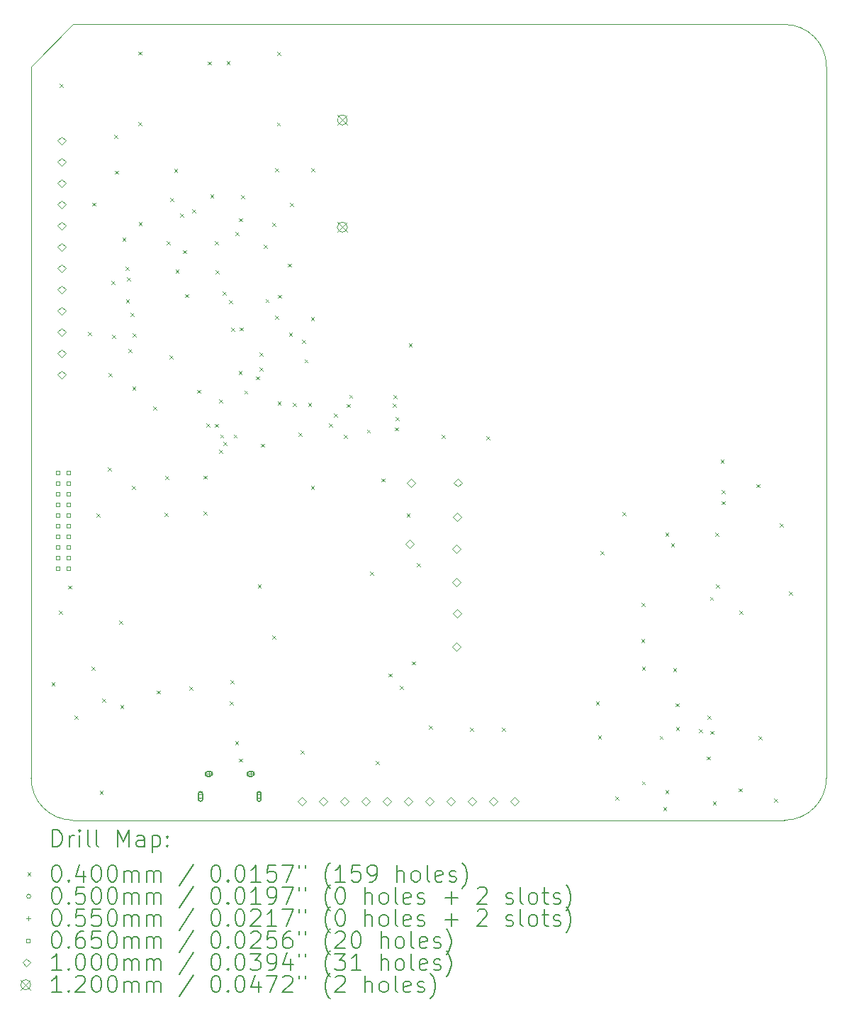
<source format=gbr>
%TF.GenerationSoftware,KiCad,Pcbnew,7.0.7*%
%TF.CreationDate,2024-05-08T11:13:58-07:00*%
%TF.ProjectId,Final_Project_Sutton_Yazzolino,46696e61-6c5f-4507-926f-6a6563745f53,rev?*%
%TF.SameCoordinates,Original*%
%TF.FileFunction,Drillmap*%
%TF.FilePolarity,Positive*%
%FSLAX45Y45*%
G04 Gerber Fmt 4.5, Leading zero omitted, Abs format (unit mm)*
G04 Created by KiCad (PCBNEW 7.0.7) date 2024-05-08 11:13:58*
%MOMM*%
%LPD*%
G01*
G04 APERTURE LIST*
%ADD10C,0.100000*%
%ADD11C,0.200000*%
%ADD12C,0.040000*%
%ADD13C,0.050000*%
%ADD14C,0.055000*%
%ADD15C,0.065000*%
%ADD16C,0.120000*%
G04 APERTURE END LIST*
D10*
X19000000Y-5000000D02*
X10500000Y-5000000D01*
X19500000Y-5500000D02*
G75*
G03*
X19000000Y-5000000I-500000J0D01*
G01*
X10500000Y-5000000D02*
X10000000Y-5500000D01*
X19500000Y-14000000D02*
X19500000Y-5500000D01*
X19000000Y-14500000D02*
G75*
G03*
X19500000Y-14000000I0J500000D01*
G01*
X10000000Y-14000000D02*
G75*
G03*
X10500000Y-14500000I500000J0D01*
G01*
X10000000Y-5500000D02*
X10000000Y-14000000D01*
X10500000Y-14500000D02*
X19000000Y-14500000D01*
D11*
D12*
X10242500Y-12852500D02*
X10282500Y-12892500D01*
X10282500Y-12852500D02*
X10242500Y-12892500D01*
X10330000Y-12000000D02*
X10370000Y-12040000D01*
X10370000Y-12000000D02*
X10330000Y-12040000D01*
X10342500Y-5710000D02*
X10382500Y-5750000D01*
X10382500Y-5710000D02*
X10342500Y-5750000D01*
X10440000Y-11697500D02*
X10480000Y-11737500D01*
X10480000Y-11697500D02*
X10440000Y-11737500D01*
X10518000Y-13251000D02*
X10558000Y-13291000D01*
X10558000Y-13251000D02*
X10518000Y-13291000D01*
X10677105Y-8668895D02*
X10717105Y-8708895D01*
X10717105Y-8668895D02*
X10677105Y-8708895D01*
X10722500Y-12670000D02*
X10762500Y-12710000D01*
X10762500Y-12670000D02*
X10722500Y-12710000D01*
X10727000Y-7126000D02*
X10767000Y-7166000D01*
X10767000Y-7126000D02*
X10727000Y-7166000D01*
X10781000Y-10840000D02*
X10821000Y-10880000D01*
X10821000Y-10840000D02*
X10781000Y-10880000D01*
X10819000Y-14149000D02*
X10859000Y-14189000D01*
X10859000Y-14149000D02*
X10819000Y-14189000D01*
X10850000Y-13050000D02*
X10890000Y-13090000D01*
X10890000Y-13050000D02*
X10850000Y-13090000D01*
X10914000Y-10289000D02*
X10954000Y-10329000D01*
X10954000Y-10289000D02*
X10914000Y-10329000D01*
X10927500Y-9160000D02*
X10967500Y-9200000D01*
X10967500Y-9160000D02*
X10927500Y-9200000D01*
X10960000Y-8061000D02*
X11000000Y-8101000D01*
X11000000Y-8061000D02*
X10960000Y-8101000D01*
X10967000Y-8707000D02*
X11007000Y-8747000D01*
X11007000Y-8707000D02*
X10967000Y-8747000D01*
X10992500Y-6320000D02*
X11032500Y-6360000D01*
X11032500Y-6320000D02*
X10992500Y-6360000D01*
X11000000Y-6745000D02*
X11040000Y-6785000D01*
X11040000Y-6745000D02*
X11000000Y-6785000D01*
X11050000Y-12120000D02*
X11090000Y-12160000D01*
X11090000Y-12120000D02*
X11050000Y-12160000D01*
X11065000Y-13126000D02*
X11105000Y-13166000D01*
X11105000Y-13126000D02*
X11065000Y-13166000D01*
X11090000Y-7544000D02*
X11130000Y-7584000D01*
X11130000Y-7544000D02*
X11090000Y-7584000D01*
X11128000Y-7895000D02*
X11168000Y-7935000D01*
X11168000Y-7895000D02*
X11128000Y-7935000D01*
X11132000Y-8281000D02*
X11172000Y-8321000D01*
X11172000Y-8281000D02*
X11132000Y-8321000D01*
X11144000Y-8022000D02*
X11184000Y-8062000D01*
X11184000Y-8022000D02*
X11144000Y-8062000D01*
X11159000Y-8876000D02*
X11199000Y-8916000D01*
X11199000Y-8876000D02*
X11159000Y-8916000D01*
X11186000Y-8442000D02*
X11226000Y-8482000D01*
X11226000Y-8442000D02*
X11186000Y-8482000D01*
X11203000Y-10506000D02*
X11243000Y-10546000D01*
X11243000Y-10506000D02*
X11203000Y-10546000D01*
X11207500Y-9322500D02*
X11247500Y-9362500D01*
X11247500Y-9322500D02*
X11207500Y-9362500D01*
X11212500Y-8690000D02*
X11252500Y-8730000D01*
X11252500Y-8690000D02*
X11212500Y-8730000D01*
X11280000Y-5322500D02*
X11320000Y-5362500D01*
X11320000Y-5322500D02*
X11280000Y-5362500D01*
X11282500Y-6165000D02*
X11322500Y-6205000D01*
X11322500Y-6165000D02*
X11282500Y-6205000D01*
X11285000Y-7361000D02*
X11325000Y-7401000D01*
X11325000Y-7361000D02*
X11285000Y-7401000D01*
X11459000Y-9558550D02*
X11499000Y-9598550D01*
X11499000Y-9558550D02*
X11459000Y-9598550D01*
X11499000Y-12952000D02*
X11539000Y-12992000D01*
X11539000Y-12952000D02*
X11499000Y-12992000D01*
X11591500Y-10833500D02*
X11631500Y-10873500D01*
X11631500Y-10833500D02*
X11591500Y-10873500D01*
X11601000Y-10393000D02*
X11641000Y-10433000D01*
X11641000Y-10393000D02*
X11601000Y-10433000D01*
X11619000Y-7588000D02*
X11659000Y-7628000D01*
X11659000Y-7588000D02*
X11619000Y-7628000D01*
X11652500Y-8950000D02*
X11692500Y-8990000D01*
X11692500Y-8950000D02*
X11652500Y-8990000D01*
X11661000Y-7073000D02*
X11701000Y-7113000D01*
X11701000Y-7073000D02*
X11661000Y-7113000D01*
X11707500Y-6725000D02*
X11747500Y-6765000D01*
X11747500Y-6725000D02*
X11707500Y-6765000D01*
X11724000Y-7926000D02*
X11764000Y-7966000D01*
X11764000Y-7926000D02*
X11724000Y-7966000D01*
X11777000Y-7257000D02*
X11817000Y-7297000D01*
X11817000Y-7257000D02*
X11777000Y-7297000D01*
X11814000Y-7694000D02*
X11854000Y-7734000D01*
X11854000Y-7694000D02*
X11814000Y-7734000D01*
X11838000Y-8218000D02*
X11878000Y-8258000D01*
X11878000Y-8218000D02*
X11838000Y-8258000D01*
X11887000Y-12906000D02*
X11927000Y-12946000D01*
X11927000Y-12906000D02*
X11887000Y-12946000D01*
X11922000Y-7206000D02*
X11962000Y-7246000D01*
X11962000Y-7206000D02*
X11922000Y-7246000D01*
X11984000Y-9361000D02*
X12024000Y-9401000D01*
X12024000Y-9361000D02*
X11984000Y-9401000D01*
X12057000Y-10385000D02*
X12097000Y-10425000D01*
X12097000Y-10385000D02*
X12057000Y-10425000D01*
X12058500Y-10815500D02*
X12098500Y-10855500D01*
X12098500Y-10815500D02*
X12058500Y-10855500D01*
X12093133Y-9764924D02*
X12133133Y-9804924D01*
X12133133Y-9764924D02*
X12093133Y-9804924D01*
X12112500Y-5442500D02*
X12152500Y-5482500D01*
X12152500Y-5442500D02*
X12112500Y-5482500D01*
X12140000Y-7027500D02*
X12180000Y-7067500D01*
X12180000Y-7027500D02*
X12140000Y-7067500D01*
X12193000Y-9769000D02*
X12233000Y-9809000D01*
X12233000Y-9769000D02*
X12193000Y-9809000D01*
X12196000Y-7590000D02*
X12236000Y-7630000D01*
X12236000Y-7590000D02*
X12196000Y-7630000D01*
X12201000Y-7933000D02*
X12241000Y-7973000D01*
X12241000Y-7933000D02*
X12201000Y-7973000D01*
X12248000Y-9475000D02*
X12288000Y-9515000D01*
X12288000Y-9475000D02*
X12248000Y-9515000D01*
X12248000Y-10077000D02*
X12288000Y-10117000D01*
X12288000Y-10077000D02*
X12248000Y-10117000D01*
X12258000Y-9894000D02*
X12298000Y-9934000D01*
X12298000Y-9894000D02*
X12258000Y-9934000D01*
X12285000Y-8192000D02*
X12325000Y-8232000D01*
X12325000Y-8192000D02*
X12285000Y-8232000D01*
X12295888Y-9986491D02*
X12335888Y-10026491D01*
X12335888Y-9986491D02*
X12295888Y-10026491D01*
X12335000Y-5437500D02*
X12375000Y-5477500D01*
X12375000Y-5437500D02*
X12335000Y-5477500D01*
X12363000Y-8290000D02*
X12403000Y-8330000D01*
X12403000Y-8290000D02*
X12363000Y-8330000D01*
X12372500Y-13080000D02*
X12412500Y-13120000D01*
X12412500Y-13080000D02*
X12372500Y-13120000D01*
X12380000Y-12827500D02*
X12420000Y-12867500D01*
X12420000Y-12827500D02*
X12380000Y-12867500D01*
X12390000Y-8623000D02*
X12430000Y-8663000D01*
X12430000Y-8623000D02*
X12390000Y-8663000D01*
X12419000Y-9895000D02*
X12459000Y-9935000D01*
X12459000Y-9895000D02*
X12419000Y-9935000D01*
X12436000Y-13557000D02*
X12476000Y-13597000D01*
X12476000Y-13557000D02*
X12436000Y-13597000D01*
X12443000Y-7475000D02*
X12483000Y-7515000D01*
X12483000Y-7475000D02*
X12443000Y-7515000D01*
X12479000Y-9137000D02*
X12519000Y-9177000D01*
X12519000Y-9137000D02*
X12479000Y-9177000D01*
X12485000Y-7313000D02*
X12525000Y-7353000D01*
X12525000Y-7313000D02*
X12485000Y-7353000D01*
X12485000Y-13765000D02*
X12525000Y-13805000D01*
X12525000Y-13765000D02*
X12485000Y-13805000D01*
X12492000Y-8616000D02*
X12532000Y-8656000D01*
X12532000Y-8616000D02*
X12492000Y-8656000D01*
X12507500Y-7037500D02*
X12547500Y-7077500D01*
X12547500Y-7037500D02*
X12507500Y-7077500D01*
X12546000Y-9369000D02*
X12586000Y-9409000D01*
X12586000Y-9369000D02*
X12546000Y-9409000D01*
X12686000Y-9201000D02*
X12726000Y-9241000D01*
X12726000Y-9201000D02*
X12686000Y-9241000D01*
X12707000Y-11683000D02*
X12747000Y-11723000D01*
X12747000Y-11683000D02*
X12707000Y-11723000D01*
X12728000Y-9098000D02*
X12768000Y-9138000D01*
X12768000Y-9098000D02*
X12728000Y-9138000D01*
X12731000Y-8916000D02*
X12771000Y-8956000D01*
X12771000Y-8916000D02*
X12731000Y-8956000D01*
X12743000Y-10006000D02*
X12783000Y-10046000D01*
X12783000Y-10006000D02*
X12743000Y-10046000D01*
X12778000Y-7631000D02*
X12818000Y-7671000D01*
X12818000Y-7631000D02*
X12778000Y-7671000D01*
X12799000Y-8279000D02*
X12839000Y-8319000D01*
X12839000Y-8279000D02*
X12799000Y-8319000D01*
X12878000Y-12293000D02*
X12918000Y-12333000D01*
X12918000Y-12293000D02*
X12878000Y-12333000D01*
X12881000Y-7369000D02*
X12921000Y-7409000D01*
X12921000Y-7369000D02*
X12881000Y-7409000D01*
X12915000Y-6717500D02*
X12955000Y-6757500D01*
X12955000Y-6717500D02*
X12915000Y-6757500D01*
X12915000Y-8477500D02*
X12955000Y-8517500D01*
X12955000Y-8477500D02*
X12915000Y-8517500D01*
X12935000Y-6170000D02*
X12975000Y-6210000D01*
X12975000Y-6170000D02*
X12935000Y-6210000D01*
X12937500Y-5325000D02*
X12977500Y-5365000D01*
X12977500Y-5325000D02*
X12937500Y-5365000D01*
X12944000Y-9504000D02*
X12984000Y-9544000D01*
X12984000Y-9504000D02*
X12944000Y-9544000D01*
X12951000Y-8227000D02*
X12991000Y-8267000D01*
X12991000Y-8227000D02*
X12951000Y-8267000D01*
X13069000Y-7854000D02*
X13109000Y-7894000D01*
X13109000Y-7854000D02*
X13069000Y-7894000D01*
X13079000Y-8681000D02*
X13119000Y-8721000D01*
X13119000Y-8681000D02*
X13079000Y-8721000D01*
X13092500Y-7130000D02*
X13132500Y-7170000D01*
X13132500Y-7130000D02*
X13092500Y-7170000D01*
X13127500Y-9520000D02*
X13167500Y-9560000D01*
X13167500Y-9520000D02*
X13127500Y-9560000D01*
X13192000Y-9871000D02*
X13232000Y-9911000D01*
X13232000Y-9871000D02*
X13192000Y-9911000D01*
X13217500Y-13667500D02*
X13257500Y-13707500D01*
X13257500Y-13667500D02*
X13217500Y-13707500D01*
X13238000Y-8763000D02*
X13278000Y-8803000D01*
X13278000Y-8763000D02*
X13238000Y-8803000D01*
X13265000Y-8997000D02*
X13305000Y-9037000D01*
X13305000Y-8997000D02*
X13265000Y-9037000D01*
X13308000Y-9518000D02*
X13348000Y-9558000D01*
X13348000Y-9518000D02*
X13308000Y-9558000D01*
X13341000Y-10506000D02*
X13381000Y-10546000D01*
X13381000Y-10506000D02*
X13341000Y-10546000D01*
X13342000Y-8491000D02*
X13382000Y-8531000D01*
X13382000Y-8491000D02*
X13342000Y-8531000D01*
X13345000Y-6713000D02*
X13385000Y-6753000D01*
X13385000Y-6713000D02*
X13345000Y-6753000D01*
X13556000Y-9765000D02*
X13596000Y-9805000D01*
X13596000Y-9765000D02*
X13556000Y-9805000D01*
X13616000Y-9648000D02*
X13656000Y-9688000D01*
X13656000Y-9648000D02*
X13616000Y-9688000D01*
X13735000Y-9900000D02*
X13775000Y-9940000D01*
X13775000Y-9900000D02*
X13735000Y-9940000D01*
X13772000Y-9530000D02*
X13812000Y-9570000D01*
X13812000Y-9530000D02*
X13772000Y-9570000D01*
X13800000Y-9422000D02*
X13840000Y-9462000D01*
X13840000Y-9422000D02*
X13800000Y-9462000D01*
X14011000Y-9835000D02*
X14051000Y-9875000D01*
X14051000Y-9835000D02*
X14011000Y-9875000D01*
X14051000Y-11535000D02*
X14091000Y-11575000D01*
X14091000Y-11535000D02*
X14051000Y-11575000D01*
X14115000Y-13794000D02*
X14155000Y-13834000D01*
X14155000Y-13794000D02*
X14115000Y-13834000D01*
X14183000Y-10419000D02*
X14223000Y-10459000D01*
X14223000Y-10419000D02*
X14183000Y-10459000D01*
X14271000Y-12748000D02*
X14311000Y-12788000D01*
X14311000Y-12748000D02*
X14271000Y-12788000D01*
X14322795Y-9527862D02*
X14362795Y-9567862D01*
X14362795Y-9527862D02*
X14322795Y-9567862D01*
X14327000Y-9428000D02*
X14367000Y-9468000D01*
X14367000Y-9428000D02*
X14327000Y-9468000D01*
X14344000Y-9810000D02*
X14384000Y-9850000D01*
X14384000Y-9810000D02*
X14344000Y-9850000D01*
X14354000Y-9689000D02*
X14394000Y-9729000D01*
X14394000Y-9689000D02*
X14354000Y-9729000D01*
X14405000Y-12896000D02*
X14445000Y-12936000D01*
X14445000Y-12896000D02*
X14405000Y-12936000D01*
X14484000Y-10841000D02*
X14524000Y-10881000D01*
X14524000Y-10841000D02*
X14484000Y-10881000D01*
X14510000Y-8807000D02*
X14550000Y-8847000D01*
X14550000Y-8807000D02*
X14510000Y-8847000D01*
X14549000Y-12604000D02*
X14589000Y-12644000D01*
X14589000Y-12604000D02*
X14549000Y-12644000D01*
X14609000Y-11433000D02*
X14649000Y-11473000D01*
X14649000Y-11433000D02*
X14609000Y-11473000D01*
X14754000Y-13370000D02*
X14794000Y-13410000D01*
X14794000Y-13370000D02*
X14754000Y-13410000D01*
X14906000Y-9901000D02*
X14946000Y-9941000D01*
X14946000Y-9901000D02*
X14906000Y-9941000D01*
X15243000Y-13396000D02*
X15283000Y-13436000D01*
X15283000Y-13396000D02*
X15243000Y-13436000D01*
X15435000Y-9914000D02*
X15475000Y-9954000D01*
X15475000Y-9914000D02*
X15435000Y-9954000D01*
X15623000Y-13396000D02*
X15663000Y-13436000D01*
X15663000Y-13396000D02*
X15623000Y-13436000D01*
X16745000Y-13081000D02*
X16785000Y-13121000D01*
X16785000Y-13081000D02*
X16745000Y-13121000D01*
X16770000Y-13489000D02*
X16810000Y-13529000D01*
X16810000Y-13489000D02*
X16770000Y-13529000D01*
X16802500Y-11285000D02*
X16842500Y-11325000D01*
X16842500Y-11285000D02*
X16802500Y-11325000D01*
X16980000Y-14216000D02*
X17020000Y-14256000D01*
X17020000Y-14216000D02*
X16980000Y-14256000D01*
X17062500Y-10820000D02*
X17102500Y-10860000D01*
X17102500Y-10820000D02*
X17062500Y-10860000D01*
X17288000Y-12339000D02*
X17328000Y-12379000D01*
X17328000Y-12339000D02*
X17288000Y-12379000D01*
X17292000Y-11904000D02*
X17332000Y-11944000D01*
X17332000Y-11904000D02*
X17292000Y-11944000D01*
X17295000Y-14036000D02*
X17335000Y-14076000D01*
X17335000Y-14036000D02*
X17295000Y-14076000D01*
X17296000Y-12670000D02*
X17336000Y-12710000D01*
X17336000Y-12670000D02*
X17296000Y-12710000D01*
X17507500Y-13492500D02*
X17547500Y-13532500D01*
X17547500Y-13492500D02*
X17507500Y-13532500D01*
X17549000Y-14345000D02*
X17589000Y-14385000D01*
X17589000Y-14345000D02*
X17549000Y-14385000D01*
X17575000Y-11065000D02*
X17615000Y-11105000D01*
X17615000Y-11065000D02*
X17575000Y-11105000D01*
X17575000Y-14140000D02*
X17615000Y-14180000D01*
X17615000Y-14140000D02*
X17575000Y-14180000D01*
X17642500Y-11197500D02*
X17682500Y-11237500D01*
X17682500Y-11197500D02*
X17642500Y-11237500D01*
X17669000Y-12682000D02*
X17709000Y-12722000D01*
X17709000Y-12682000D02*
X17669000Y-12722000D01*
X17698000Y-13105000D02*
X17738000Y-13145000D01*
X17738000Y-13105000D02*
X17698000Y-13145000D01*
X17702000Y-13390000D02*
X17742000Y-13430000D01*
X17742000Y-13390000D02*
X17702000Y-13430000D01*
X17975000Y-13415000D02*
X18015000Y-13455000D01*
X18015000Y-13415000D02*
X17975000Y-13455000D01*
X18072000Y-13739000D02*
X18112000Y-13779000D01*
X18112000Y-13739000D02*
X18072000Y-13779000D01*
X18082000Y-13254000D02*
X18122000Y-13294000D01*
X18122000Y-13254000D02*
X18082000Y-13294000D01*
X18107500Y-11835000D02*
X18147500Y-11875000D01*
X18147500Y-11835000D02*
X18107500Y-11875000D01*
X18112000Y-13434000D02*
X18152000Y-13474000D01*
X18152000Y-13434000D02*
X18112000Y-13474000D01*
X18142000Y-14275000D02*
X18182000Y-14315000D01*
X18182000Y-14275000D02*
X18142000Y-14315000D01*
X18172500Y-11067500D02*
X18212500Y-11107500D01*
X18212500Y-11067500D02*
X18172500Y-11107500D01*
X18181000Y-11684000D02*
X18221000Y-11724000D01*
X18221000Y-11684000D02*
X18181000Y-11724000D01*
X18235000Y-10195000D02*
X18275000Y-10235000D01*
X18275000Y-10195000D02*
X18235000Y-10235000D01*
X18247500Y-10557500D02*
X18287500Y-10597500D01*
X18287500Y-10557500D02*
X18247500Y-10597500D01*
X18247500Y-10690000D02*
X18287500Y-10730000D01*
X18287500Y-10690000D02*
X18247500Y-10730000D01*
X18452500Y-14120000D02*
X18492500Y-14160000D01*
X18492500Y-14120000D02*
X18452500Y-14160000D01*
X18460000Y-12000000D02*
X18500000Y-12040000D01*
X18500000Y-12000000D02*
X18460000Y-12040000D01*
X18662500Y-10487500D02*
X18702500Y-10527500D01*
X18702500Y-10487500D02*
X18662500Y-10527500D01*
X18686000Y-13496000D02*
X18726000Y-13536000D01*
X18726000Y-13496000D02*
X18686000Y-13536000D01*
X18875000Y-14245000D02*
X18915000Y-14285000D01*
X18915000Y-14245000D02*
X18875000Y-14285000D01*
X18940000Y-10955000D02*
X18980000Y-10995000D01*
X18980000Y-10955000D02*
X18940000Y-10995000D01*
X19050000Y-11772500D02*
X19090000Y-11812500D01*
X19090000Y-11772500D02*
X19050000Y-11812500D01*
D13*
X12047500Y-14217500D02*
G75*
G03*
X12047500Y-14217500I-25000J0D01*
G01*
D11*
X11997500Y-14185000D02*
X11997500Y-14250000D01*
X11997500Y-14250000D02*
G75*
G03*
X12047500Y-14250000I25000J0D01*
G01*
X12047500Y-14250000D02*
X12047500Y-14185000D01*
X12047500Y-14185000D02*
G75*
G03*
X11997500Y-14185000I-25000J0D01*
G01*
D13*
X12747500Y-14217500D02*
G75*
G03*
X12747500Y-14217500I-25000J0D01*
G01*
D11*
X12697500Y-14185000D02*
X12697500Y-14250000D01*
X12697500Y-14250000D02*
G75*
G03*
X12747500Y-14250000I25000J0D01*
G01*
X12747500Y-14250000D02*
X12747500Y-14185000D01*
X12747500Y-14185000D02*
G75*
G03*
X12697500Y-14185000I-25000J0D01*
G01*
D14*
X12122500Y-13920000D02*
X12122500Y-13975000D01*
X12095000Y-13947500D02*
X12150000Y-13947500D01*
D11*
X12107500Y-13975000D02*
X12137500Y-13975000D01*
X12137500Y-13975000D02*
G75*
G03*
X12137500Y-13920000I0J27500D01*
G01*
X12137500Y-13920000D02*
X12107500Y-13920000D01*
X12107500Y-13920000D02*
G75*
G03*
X12107500Y-13975000I0J-27500D01*
G01*
D14*
X12622500Y-13920000D02*
X12622500Y-13975000D01*
X12595000Y-13947500D02*
X12650000Y-13947500D01*
D11*
X12607500Y-13975000D02*
X12637500Y-13975000D01*
X12637500Y-13975000D02*
G75*
G03*
X12637500Y-13920000I0J27500D01*
G01*
X12637500Y-13920000D02*
X12607500Y-13920000D01*
X12607500Y-13920000D02*
G75*
G03*
X12607500Y-13975000I0J-27500D01*
G01*
D15*
X10342981Y-10375481D02*
X10342981Y-10329519D01*
X10297019Y-10329519D01*
X10297019Y-10375481D01*
X10342981Y-10375481D01*
X10342981Y-10502481D02*
X10342981Y-10456519D01*
X10297019Y-10456519D01*
X10297019Y-10502481D01*
X10342981Y-10502481D01*
X10342981Y-10629481D02*
X10342981Y-10583519D01*
X10297019Y-10583519D01*
X10297019Y-10629481D01*
X10342981Y-10629481D01*
X10342981Y-10756481D02*
X10342981Y-10710519D01*
X10297019Y-10710519D01*
X10297019Y-10756481D01*
X10342981Y-10756481D01*
X10342981Y-10883481D02*
X10342981Y-10837519D01*
X10297019Y-10837519D01*
X10297019Y-10883481D01*
X10342981Y-10883481D01*
X10342981Y-11010481D02*
X10342981Y-10964519D01*
X10297019Y-10964519D01*
X10297019Y-11010481D01*
X10342981Y-11010481D01*
X10342981Y-11137481D02*
X10342981Y-11091519D01*
X10297019Y-11091519D01*
X10297019Y-11137481D01*
X10342981Y-11137481D01*
X10342981Y-11264481D02*
X10342981Y-11218519D01*
X10297019Y-11218519D01*
X10297019Y-11264481D01*
X10342981Y-11264481D01*
X10342981Y-11391481D02*
X10342981Y-11345519D01*
X10297019Y-11345519D01*
X10297019Y-11391481D01*
X10342981Y-11391481D01*
X10342981Y-11518481D02*
X10342981Y-11472519D01*
X10297019Y-11472519D01*
X10297019Y-11518481D01*
X10342981Y-11518481D01*
X10469981Y-10375481D02*
X10469981Y-10329519D01*
X10424019Y-10329519D01*
X10424019Y-10375481D01*
X10469981Y-10375481D01*
X10469981Y-10502481D02*
X10469981Y-10456519D01*
X10424019Y-10456519D01*
X10424019Y-10502481D01*
X10469981Y-10502481D01*
X10469981Y-10629481D02*
X10469981Y-10583519D01*
X10424019Y-10583519D01*
X10424019Y-10629481D01*
X10469981Y-10629481D01*
X10469981Y-10756481D02*
X10469981Y-10710519D01*
X10424019Y-10710519D01*
X10424019Y-10756481D01*
X10469981Y-10756481D01*
X10469981Y-10883481D02*
X10469981Y-10837519D01*
X10424019Y-10837519D01*
X10424019Y-10883481D01*
X10469981Y-10883481D01*
X10469981Y-11010481D02*
X10469981Y-10964519D01*
X10424019Y-10964519D01*
X10424019Y-11010481D01*
X10469981Y-11010481D01*
X10469981Y-11137481D02*
X10469981Y-11091519D01*
X10424019Y-11091519D01*
X10424019Y-11137481D01*
X10469981Y-11137481D01*
X10469981Y-11264481D02*
X10469981Y-11218519D01*
X10424019Y-11218519D01*
X10424019Y-11264481D01*
X10469981Y-11264481D01*
X10469981Y-11391481D02*
X10469981Y-11345519D01*
X10424019Y-11345519D01*
X10424019Y-11391481D01*
X10469981Y-11391481D01*
X10469981Y-11518481D02*
X10469981Y-11472519D01*
X10424019Y-11472519D01*
X10424019Y-11518481D01*
X10469981Y-11518481D01*
D10*
X10365000Y-6438500D02*
X10415000Y-6388500D01*
X10365000Y-6338500D01*
X10315000Y-6388500D01*
X10365000Y-6438500D01*
X10365000Y-6692500D02*
X10415000Y-6642500D01*
X10365000Y-6592500D01*
X10315000Y-6642500D01*
X10365000Y-6692500D01*
X10365000Y-6946500D02*
X10415000Y-6896500D01*
X10365000Y-6846500D01*
X10315000Y-6896500D01*
X10365000Y-6946500D01*
X10365000Y-7200500D02*
X10415000Y-7150500D01*
X10365000Y-7100500D01*
X10315000Y-7150500D01*
X10365000Y-7200500D01*
X10365000Y-7454500D02*
X10415000Y-7404500D01*
X10365000Y-7354500D01*
X10315000Y-7404500D01*
X10365000Y-7454500D01*
X10365000Y-7708500D02*
X10415000Y-7658500D01*
X10365000Y-7608500D01*
X10315000Y-7658500D01*
X10365000Y-7708500D01*
X10365000Y-7962500D02*
X10415000Y-7912500D01*
X10365000Y-7862500D01*
X10315000Y-7912500D01*
X10365000Y-7962500D01*
X10365000Y-8216500D02*
X10415000Y-8166500D01*
X10365000Y-8116500D01*
X10315000Y-8166500D01*
X10365000Y-8216500D01*
X10365000Y-8470500D02*
X10415000Y-8420500D01*
X10365000Y-8370500D01*
X10315000Y-8420500D01*
X10365000Y-8470500D01*
X10365000Y-8724500D02*
X10415000Y-8674500D01*
X10365000Y-8624500D01*
X10315000Y-8674500D01*
X10365000Y-8724500D01*
X10365000Y-8978500D02*
X10415000Y-8928500D01*
X10365000Y-8878500D01*
X10315000Y-8928500D01*
X10365000Y-8978500D01*
X10365000Y-9232500D02*
X10415000Y-9182500D01*
X10365000Y-9132500D01*
X10315000Y-9182500D01*
X10365000Y-9232500D01*
X13232500Y-14325000D02*
X13282500Y-14275000D01*
X13232500Y-14225000D01*
X13182500Y-14275000D01*
X13232500Y-14325000D01*
X13486500Y-14325000D02*
X13536500Y-14275000D01*
X13486500Y-14225000D01*
X13436500Y-14275000D01*
X13486500Y-14325000D01*
X13740500Y-14325000D02*
X13790500Y-14275000D01*
X13740500Y-14225000D01*
X13690500Y-14275000D01*
X13740500Y-14325000D01*
X13994500Y-14325000D02*
X14044500Y-14275000D01*
X13994500Y-14225000D01*
X13944500Y-14275000D01*
X13994500Y-14325000D01*
X14248500Y-14325000D02*
X14298500Y-14275000D01*
X14248500Y-14225000D01*
X14198500Y-14275000D01*
X14248500Y-14325000D01*
X14502500Y-14325000D02*
X14552500Y-14275000D01*
X14502500Y-14225000D01*
X14452500Y-14275000D01*
X14502500Y-14325000D01*
X14522500Y-11250000D02*
X14572500Y-11200000D01*
X14522500Y-11150000D01*
X14472500Y-11200000D01*
X14522500Y-11250000D01*
X14537500Y-10525000D02*
X14587500Y-10475000D01*
X14537500Y-10425000D01*
X14487500Y-10475000D01*
X14537500Y-10525000D01*
X14756500Y-14325000D02*
X14806500Y-14275000D01*
X14756500Y-14225000D01*
X14706500Y-14275000D01*
X14756500Y-14325000D01*
X15010500Y-14325000D02*
X15060500Y-14275000D01*
X15010500Y-14225000D01*
X14960500Y-14275000D01*
X15010500Y-14325000D01*
X15082500Y-11310000D02*
X15132500Y-11260000D01*
X15082500Y-11210000D01*
X15032500Y-11260000D01*
X15082500Y-11310000D01*
X15082500Y-11707500D02*
X15132500Y-11657500D01*
X15082500Y-11607500D01*
X15032500Y-11657500D01*
X15082500Y-11707500D01*
X15082500Y-12477500D02*
X15132500Y-12427500D01*
X15082500Y-12377500D01*
X15032500Y-12427500D01*
X15082500Y-12477500D01*
X15090000Y-10932500D02*
X15140000Y-10882500D01*
X15090000Y-10832500D01*
X15040000Y-10882500D01*
X15090000Y-10932500D01*
X15090000Y-12085000D02*
X15140000Y-12035000D01*
X15090000Y-11985000D01*
X15040000Y-12035000D01*
X15090000Y-12085000D01*
X15095000Y-10520000D02*
X15145000Y-10470000D01*
X15095000Y-10420000D01*
X15045000Y-10470000D01*
X15095000Y-10520000D01*
X15264500Y-14325000D02*
X15314500Y-14275000D01*
X15264500Y-14225000D01*
X15214500Y-14275000D01*
X15264500Y-14325000D01*
X15518500Y-14325000D02*
X15568500Y-14275000D01*
X15518500Y-14225000D01*
X15468500Y-14275000D01*
X15518500Y-14325000D01*
X15772500Y-14325000D02*
X15822500Y-14275000D01*
X15772500Y-14225000D01*
X15722500Y-14275000D01*
X15772500Y-14325000D01*
D16*
X13657500Y-6080000D02*
X13777500Y-6200000D01*
X13777500Y-6080000D02*
X13657500Y-6200000D01*
X13777500Y-6140000D02*
G75*
G03*
X13777500Y-6140000I-60000J0D01*
G01*
X13657500Y-7360000D02*
X13777500Y-7480000D01*
X13777500Y-7360000D02*
X13657500Y-7480000D01*
X13777500Y-7420000D02*
G75*
G03*
X13777500Y-7420000I-60000J0D01*
G01*
D11*
X10255777Y-14816484D02*
X10255777Y-14616484D01*
X10255777Y-14616484D02*
X10303396Y-14616484D01*
X10303396Y-14616484D02*
X10331967Y-14626008D01*
X10331967Y-14626008D02*
X10351015Y-14645055D01*
X10351015Y-14645055D02*
X10360539Y-14664103D01*
X10360539Y-14664103D02*
X10370063Y-14702198D01*
X10370063Y-14702198D02*
X10370063Y-14730769D01*
X10370063Y-14730769D02*
X10360539Y-14768865D01*
X10360539Y-14768865D02*
X10351015Y-14787912D01*
X10351015Y-14787912D02*
X10331967Y-14806960D01*
X10331967Y-14806960D02*
X10303396Y-14816484D01*
X10303396Y-14816484D02*
X10255777Y-14816484D01*
X10455777Y-14816484D02*
X10455777Y-14683150D01*
X10455777Y-14721246D02*
X10465301Y-14702198D01*
X10465301Y-14702198D02*
X10474824Y-14692674D01*
X10474824Y-14692674D02*
X10493872Y-14683150D01*
X10493872Y-14683150D02*
X10512920Y-14683150D01*
X10579586Y-14816484D02*
X10579586Y-14683150D01*
X10579586Y-14616484D02*
X10570063Y-14626008D01*
X10570063Y-14626008D02*
X10579586Y-14635531D01*
X10579586Y-14635531D02*
X10589110Y-14626008D01*
X10589110Y-14626008D02*
X10579586Y-14616484D01*
X10579586Y-14616484D02*
X10579586Y-14635531D01*
X10703396Y-14816484D02*
X10684348Y-14806960D01*
X10684348Y-14806960D02*
X10674824Y-14787912D01*
X10674824Y-14787912D02*
X10674824Y-14616484D01*
X10808158Y-14816484D02*
X10789110Y-14806960D01*
X10789110Y-14806960D02*
X10779586Y-14787912D01*
X10779586Y-14787912D02*
X10779586Y-14616484D01*
X11036729Y-14816484D02*
X11036729Y-14616484D01*
X11036729Y-14616484D02*
X11103396Y-14759341D01*
X11103396Y-14759341D02*
X11170063Y-14616484D01*
X11170063Y-14616484D02*
X11170063Y-14816484D01*
X11351015Y-14816484D02*
X11351015Y-14711722D01*
X11351015Y-14711722D02*
X11341491Y-14692674D01*
X11341491Y-14692674D02*
X11322443Y-14683150D01*
X11322443Y-14683150D02*
X11284348Y-14683150D01*
X11284348Y-14683150D02*
X11265301Y-14692674D01*
X11351015Y-14806960D02*
X11331967Y-14816484D01*
X11331967Y-14816484D02*
X11284348Y-14816484D01*
X11284348Y-14816484D02*
X11265301Y-14806960D01*
X11265301Y-14806960D02*
X11255777Y-14787912D01*
X11255777Y-14787912D02*
X11255777Y-14768865D01*
X11255777Y-14768865D02*
X11265301Y-14749817D01*
X11265301Y-14749817D02*
X11284348Y-14740293D01*
X11284348Y-14740293D02*
X11331967Y-14740293D01*
X11331967Y-14740293D02*
X11351015Y-14730769D01*
X11446253Y-14683150D02*
X11446253Y-14883150D01*
X11446253Y-14692674D02*
X11465301Y-14683150D01*
X11465301Y-14683150D02*
X11503396Y-14683150D01*
X11503396Y-14683150D02*
X11522443Y-14692674D01*
X11522443Y-14692674D02*
X11531967Y-14702198D01*
X11531967Y-14702198D02*
X11541491Y-14721246D01*
X11541491Y-14721246D02*
X11541491Y-14778388D01*
X11541491Y-14778388D02*
X11531967Y-14797436D01*
X11531967Y-14797436D02*
X11522443Y-14806960D01*
X11522443Y-14806960D02*
X11503396Y-14816484D01*
X11503396Y-14816484D02*
X11465301Y-14816484D01*
X11465301Y-14816484D02*
X11446253Y-14806960D01*
X11627205Y-14797436D02*
X11636729Y-14806960D01*
X11636729Y-14806960D02*
X11627205Y-14816484D01*
X11627205Y-14816484D02*
X11617682Y-14806960D01*
X11617682Y-14806960D02*
X11627205Y-14797436D01*
X11627205Y-14797436D02*
X11627205Y-14816484D01*
X11627205Y-14692674D02*
X11636729Y-14702198D01*
X11636729Y-14702198D02*
X11627205Y-14711722D01*
X11627205Y-14711722D02*
X11617682Y-14702198D01*
X11617682Y-14702198D02*
X11627205Y-14692674D01*
X11627205Y-14692674D02*
X11627205Y-14711722D01*
D12*
X9955000Y-15125000D02*
X9995000Y-15165000D01*
X9995000Y-15125000D02*
X9955000Y-15165000D01*
D11*
X10293872Y-15036484D02*
X10312920Y-15036484D01*
X10312920Y-15036484D02*
X10331967Y-15046008D01*
X10331967Y-15046008D02*
X10341491Y-15055531D01*
X10341491Y-15055531D02*
X10351015Y-15074579D01*
X10351015Y-15074579D02*
X10360539Y-15112674D01*
X10360539Y-15112674D02*
X10360539Y-15160293D01*
X10360539Y-15160293D02*
X10351015Y-15198388D01*
X10351015Y-15198388D02*
X10341491Y-15217436D01*
X10341491Y-15217436D02*
X10331967Y-15226960D01*
X10331967Y-15226960D02*
X10312920Y-15236484D01*
X10312920Y-15236484D02*
X10293872Y-15236484D01*
X10293872Y-15236484D02*
X10274824Y-15226960D01*
X10274824Y-15226960D02*
X10265301Y-15217436D01*
X10265301Y-15217436D02*
X10255777Y-15198388D01*
X10255777Y-15198388D02*
X10246253Y-15160293D01*
X10246253Y-15160293D02*
X10246253Y-15112674D01*
X10246253Y-15112674D02*
X10255777Y-15074579D01*
X10255777Y-15074579D02*
X10265301Y-15055531D01*
X10265301Y-15055531D02*
X10274824Y-15046008D01*
X10274824Y-15046008D02*
X10293872Y-15036484D01*
X10446253Y-15217436D02*
X10455777Y-15226960D01*
X10455777Y-15226960D02*
X10446253Y-15236484D01*
X10446253Y-15236484D02*
X10436729Y-15226960D01*
X10436729Y-15226960D02*
X10446253Y-15217436D01*
X10446253Y-15217436D02*
X10446253Y-15236484D01*
X10627205Y-15103150D02*
X10627205Y-15236484D01*
X10579586Y-15026960D02*
X10531967Y-15169817D01*
X10531967Y-15169817D02*
X10655777Y-15169817D01*
X10770063Y-15036484D02*
X10789110Y-15036484D01*
X10789110Y-15036484D02*
X10808158Y-15046008D01*
X10808158Y-15046008D02*
X10817682Y-15055531D01*
X10817682Y-15055531D02*
X10827205Y-15074579D01*
X10827205Y-15074579D02*
X10836729Y-15112674D01*
X10836729Y-15112674D02*
X10836729Y-15160293D01*
X10836729Y-15160293D02*
X10827205Y-15198388D01*
X10827205Y-15198388D02*
X10817682Y-15217436D01*
X10817682Y-15217436D02*
X10808158Y-15226960D01*
X10808158Y-15226960D02*
X10789110Y-15236484D01*
X10789110Y-15236484D02*
X10770063Y-15236484D01*
X10770063Y-15236484D02*
X10751015Y-15226960D01*
X10751015Y-15226960D02*
X10741491Y-15217436D01*
X10741491Y-15217436D02*
X10731967Y-15198388D01*
X10731967Y-15198388D02*
X10722444Y-15160293D01*
X10722444Y-15160293D02*
X10722444Y-15112674D01*
X10722444Y-15112674D02*
X10731967Y-15074579D01*
X10731967Y-15074579D02*
X10741491Y-15055531D01*
X10741491Y-15055531D02*
X10751015Y-15046008D01*
X10751015Y-15046008D02*
X10770063Y-15036484D01*
X10960539Y-15036484D02*
X10979586Y-15036484D01*
X10979586Y-15036484D02*
X10998634Y-15046008D01*
X10998634Y-15046008D02*
X11008158Y-15055531D01*
X11008158Y-15055531D02*
X11017682Y-15074579D01*
X11017682Y-15074579D02*
X11027205Y-15112674D01*
X11027205Y-15112674D02*
X11027205Y-15160293D01*
X11027205Y-15160293D02*
X11017682Y-15198388D01*
X11017682Y-15198388D02*
X11008158Y-15217436D01*
X11008158Y-15217436D02*
X10998634Y-15226960D01*
X10998634Y-15226960D02*
X10979586Y-15236484D01*
X10979586Y-15236484D02*
X10960539Y-15236484D01*
X10960539Y-15236484D02*
X10941491Y-15226960D01*
X10941491Y-15226960D02*
X10931967Y-15217436D01*
X10931967Y-15217436D02*
X10922444Y-15198388D01*
X10922444Y-15198388D02*
X10912920Y-15160293D01*
X10912920Y-15160293D02*
X10912920Y-15112674D01*
X10912920Y-15112674D02*
X10922444Y-15074579D01*
X10922444Y-15074579D02*
X10931967Y-15055531D01*
X10931967Y-15055531D02*
X10941491Y-15046008D01*
X10941491Y-15046008D02*
X10960539Y-15036484D01*
X11112920Y-15236484D02*
X11112920Y-15103150D01*
X11112920Y-15122198D02*
X11122444Y-15112674D01*
X11122444Y-15112674D02*
X11141491Y-15103150D01*
X11141491Y-15103150D02*
X11170063Y-15103150D01*
X11170063Y-15103150D02*
X11189110Y-15112674D01*
X11189110Y-15112674D02*
X11198634Y-15131722D01*
X11198634Y-15131722D02*
X11198634Y-15236484D01*
X11198634Y-15131722D02*
X11208158Y-15112674D01*
X11208158Y-15112674D02*
X11227205Y-15103150D01*
X11227205Y-15103150D02*
X11255777Y-15103150D01*
X11255777Y-15103150D02*
X11274824Y-15112674D01*
X11274824Y-15112674D02*
X11284348Y-15131722D01*
X11284348Y-15131722D02*
X11284348Y-15236484D01*
X11379586Y-15236484D02*
X11379586Y-15103150D01*
X11379586Y-15122198D02*
X11389110Y-15112674D01*
X11389110Y-15112674D02*
X11408158Y-15103150D01*
X11408158Y-15103150D02*
X11436729Y-15103150D01*
X11436729Y-15103150D02*
X11455777Y-15112674D01*
X11455777Y-15112674D02*
X11465301Y-15131722D01*
X11465301Y-15131722D02*
X11465301Y-15236484D01*
X11465301Y-15131722D02*
X11474824Y-15112674D01*
X11474824Y-15112674D02*
X11493872Y-15103150D01*
X11493872Y-15103150D02*
X11522443Y-15103150D01*
X11522443Y-15103150D02*
X11541491Y-15112674D01*
X11541491Y-15112674D02*
X11551015Y-15131722D01*
X11551015Y-15131722D02*
X11551015Y-15236484D01*
X11941491Y-15026960D02*
X11770063Y-15284103D01*
X12198634Y-15036484D02*
X12217682Y-15036484D01*
X12217682Y-15036484D02*
X12236729Y-15046008D01*
X12236729Y-15046008D02*
X12246253Y-15055531D01*
X12246253Y-15055531D02*
X12255777Y-15074579D01*
X12255777Y-15074579D02*
X12265301Y-15112674D01*
X12265301Y-15112674D02*
X12265301Y-15160293D01*
X12265301Y-15160293D02*
X12255777Y-15198388D01*
X12255777Y-15198388D02*
X12246253Y-15217436D01*
X12246253Y-15217436D02*
X12236729Y-15226960D01*
X12236729Y-15226960D02*
X12217682Y-15236484D01*
X12217682Y-15236484D02*
X12198634Y-15236484D01*
X12198634Y-15236484D02*
X12179586Y-15226960D01*
X12179586Y-15226960D02*
X12170063Y-15217436D01*
X12170063Y-15217436D02*
X12160539Y-15198388D01*
X12160539Y-15198388D02*
X12151015Y-15160293D01*
X12151015Y-15160293D02*
X12151015Y-15112674D01*
X12151015Y-15112674D02*
X12160539Y-15074579D01*
X12160539Y-15074579D02*
X12170063Y-15055531D01*
X12170063Y-15055531D02*
X12179586Y-15046008D01*
X12179586Y-15046008D02*
X12198634Y-15036484D01*
X12351015Y-15217436D02*
X12360539Y-15226960D01*
X12360539Y-15226960D02*
X12351015Y-15236484D01*
X12351015Y-15236484D02*
X12341491Y-15226960D01*
X12341491Y-15226960D02*
X12351015Y-15217436D01*
X12351015Y-15217436D02*
X12351015Y-15236484D01*
X12484348Y-15036484D02*
X12503396Y-15036484D01*
X12503396Y-15036484D02*
X12522444Y-15046008D01*
X12522444Y-15046008D02*
X12531967Y-15055531D01*
X12531967Y-15055531D02*
X12541491Y-15074579D01*
X12541491Y-15074579D02*
X12551015Y-15112674D01*
X12551015Y-15112674D02*
X12551015Y-15160293D01*
X12551015Y-15160293D02*
X12541491Y-15198388D01*
X12541491Y-15198388D02*
X12531967Y-15217436D01*
X12531967Y-15217436D02*
X12522444Y-15226960D01*
X12522444Y-15226960D02*
X12503396Y-15236484D01*
X12503396Y-15236484D02*
X12484348Y-15236484D01*
X12484348Y-15236484D02*
X12465301Y-15226960D01*
X12465301Y-15226960D02*
X12455777Y-15217436D01*
X12455777Y-15217436D02*
X12446253Y-15198388D01*
X12446253Y-15198388D02*
X12436729Y-15160293D01*
X12436729Y-15160293D02*
X12436729Y-15112674D01*
X12436729Y-15112674D02*
X12446253Y-15074579D01*
X12446253Y-15074579D02*
X12455777Y-15055531D01*
X12455777Y-15055531D02*
X12465301Y-15046008D01*
X12465301Y-15046008D02*
X12484348Y-15036484D01*
X12741491Y-15236484D02*
X12627206Y-15236484D01*
X12684348Y-15236484D02*
X12684348Y-15036484D01*
X12684348Y-15036484D02*
X12665301Y-15065055D01*
X12665301Y-15065055D02*
X12646253Y-15084103D01*
X12646253Y-15084103D02*
X12627206Y-15093627D01*
X12922444Y-15036484D02*
X12827206Y-15036484D01*
X12827206Y-15036484D02*
X12817682Y-15131722D01*
X12817682Y-15131722D02*
X12827206Y-15122198D01*
X12827206Y-15122198D02*
X12846253Y-15112674D01*
X12846253Y-15112674D02*
X12893872Y-15112674D01*
X12893872Y-15112674D02*
X12912920Y-15122198D01*
X12912920Y-15122198D02*
X12922444Y-15131722D01*
X12922444Y-15131722D02*
X12931967Y-15150769D01*
X12931967Y-15150769D02*
X12931967Y-15198388D01*
X12931967Y-15198388D02*
X12922444Y-15217436D01*
X12922444Y-15217436D02*
X12912920Y-15226960D01*
X12912920Y-15226960D02*
X12893872Y-15236484D01*
X12893872Y-15236484D02*
X12846253Y-15236484D01*
X12846253Y-15236484D02*
X12827206Y-15226960D01*
X12827206Y-15226960D02*
X12817682Y-15217436D01*
X12998634Y-15036484D02*
X13131967Y-15036484D01*
X13131967Y-15036484D02*
X13046253Y-15236484D01*
X13198634Y-15036484D02*
X13198634Y-15074579D01*
X13274825Y-15036484D02*
X13274825Y-15074579D01*
X13570063Y-15312674D02*
X13560539Y-15303150D01*
X13560539Y-15303150D02*
X13541491Y-15274579D01*
X13541491Y-15274579D02*
X13531968Y-15255531D01*
X13531968Y-15255531D02*
X13522444Y-15226960D01*
X13522444Y-15226960D02*
X13512920Y-15179341D01*
X13512920Y-15179341D02*
X13512920Y-15141246D01*
X13512920Y-15141246D02*
X13522444Y-15093627D01*
X13522444Y-15093627D02*
X13531968Y-15065055D01*
X13531968Y-15065055D02*
X13541491Y-15046008D01*
X13541491Y-15046008D02*
X13560539Y-15017436D01*
X13560539Y-15017436D02*
X13570063Y-15007912D01*
X13751015Y-15236484D02*
X13636729Y-15236484D01*
X13693872Y-15236484D02*
X13693872Y-15036484D01*
X13693872Y-15036484D02*
X13674825Y-15065055D01*
X13674825Y-15065055D02*
X13655777Y-15084103D01*
X13655777Y-15084103D02*
X13636729Y-15093627D01*
X13931968Y-15036484D02*
X13836729Y-15036484D01*
X13836729Y-15036484D02*
X13827206Y-15131722D01*
X13827206Y-15131722D02*
X13836729Y-15122198D01*
X13836729Y-15122198D02*
X13855777Y-15112674D01*
X13855777Y-15112674D02*
X13903396Y-15112674D01*
X13903396Y-15112674D02*
X13922444Y-15122198D01*
X13922444Y-15122198D02*
X13931968Y-15131722D01*
X13931968Y-15131722D02*
X13941491Y-15150769D01*
X13941491Y-15150769D02*
X13941491Y-15198388D01*
X13941491Y-15198388D02*
X13931968Y-15217436D01*
X13931968Y-15217436D02*
X13922444Y-15226960D01*
X13922444Y-15226960D02*
X13903396Y-15236484D01*
X13903396Y-15236484D02*
X13855777Y-15236484D01*
X13855777Y-15236484D02*
X13836729Y-15226960D01*
X13836729Y-15226960D02*
X13827206Y-15217436D01*
X14036729Y-15236484D02*
X14074825Y-15236484D01*
X14074825Y-15236484D02*
X14093872Y-15226960D01*
X14093872Y-15226960D02*
X14103396Y-15217436D01*
X14103396Y-15217436D02*
X14122444Y-15188865D01*
X14122444Y-15188865D02*
X14131968Y-15150769D01*
X14131968Y-15150769D02*
X14131968Y-15074579D01*
X14131968Y-15074579D02*
X14122444Y-15055531D01*
X14122444Y-15055531D02*
X14112920Y-15046008D01*
X14112920Y-15046008D02*
X14093872Y-15036484D01*
X14093872Y-15036484D02*
X14055777Y-15036484D01*
X14055777Y-15036484D02*
X14036729Y-15046008D01*
X14036729Y-15046008D02*
X14027206Y-15055531D01*
X14027206Y-15055531D02*
X14017682Y-15074579D01*
X14017682Y-15074579D02*
X14017682Y-15122198D01*
X14017682Y-15122198D02*
X14027206Y-15141246D01*
X14027206Y-15141246D02*
X14036729Y-15150769D01*
X14036729Y-15150769D02*
X14055777Y-15160293D01*
X14055777Y-15160293D02*
X14093872Y-15160293D01*
X14093872Y-15160293D02*
X14112920Y-15150769D01*
X14112920Y-15150769D02*
X14122444Y-15141246D01*
X14122444Y-15141246D02*
X14131968Y-15122198D01*
X14370063Y-15236484D02*
X14370063Y-15036484D01*
X14455777Y-15236484D02*
X14455777Y-15131722D01*
X14455777Y-15131722D02*
X14446253Y-15112674D01*
X14446253Y-15112674D02*
X14427206Y-15103150D01*
X14427206Y-15103150D02*
X14398634Y-15103150D01*
X14398634Y-15103150D02*
X14379587Y-15112674D01*
X14379587Y-15112674D02*
X14370063Y-15122198D01*
X14579587Y-15236484D02*
X14560539Y-15226960D01*
X14560539Y-15226960D02*
X14551015Y-15217436D01*
X14551015Y-15217436D02*
X14541491Y-15198388D01*
X14541491Y-15198388D02*
X14541491Y-15141246D01*
X14541491Y-15141246D02*
X14551015Y-15122198D01*
X14551015Y-15122198D02*
X14560539Y-15112674D01*
X14560539Y-15112674D02*
X14579587Y-15103150D01*
X14579587Y-15103150D02*
X14608158Y-15103150D01*
X14608158Y-15103150D02*
X14627206Y-15112674D01*
X14627206Y-15112674D02*
X14636730Y-15122198D01*
X14636730Y-15122198D02*
X14646253Y-15141246D01*
X14646253Y-15141246D02*
X14646253Y-15198388D01*
X14646253Y-15198388D02*
X14636730Y-15217436D01*
X14636730Y-15217436D02*
X14627206Y-15226960D01*
X14627206Y-15226960D02*
X14608158Y-15236484D01*
X14608158Y-15236484D02*
X14579587Y-15236484D01*
X14760539Y-15236484D02*
X14741491Y-15226960D01*
X14741491Y-15226960D02*
X14731968Y-15207912D01*
X14731968Y-15207912D02*
X14731968Y-15036484D01*
X14912920Y-15226960D02*
X14893872Y-15236484D01*
X14893872Y-15236484D02*
X14855777Y-15236484D01*
X14855777Y-15236484D02*
X14836730Y-15226960D01*
X14836730Y-15226960D02*
X14827206Y-15207912D01*
X14827206Y-15207912D02*
X14827206Y-15131722D01*
X14827206Y-15131722D02*
X14836730Y-15112674D01*
X14836730Y-15112674D02*
X14855777Y-15103150D01*
X14855777Y-15103150D02*
X14893872Y-15103150D01*
X14893872Y-15103150D02*
X14912920Y-15112674D01*
X14912920Y-15112674D02*
X14922444Y-15131722D01*
X14922444Y-15131722D02*
X14922444Y-15150769D01*
X14922444Y-15150769D02*
X14827206Y-15169817D01*
X14998634Y-15226960D02*
X15017682Y-15236484D01*
X15017682Y-15236484D02*
X15055777Y-15236484D01*
X15055777Y-15236484D02*
X15074825Y-15226960D01*
X15074825Y-15226960D02*
X15084349Y-15207912D01*
X15084349Y-15207912D02*
X15084349Y-15198388D01*
X15084349Y-15198388D02*
X15074825Y-15179341D01*
X15074825Y-15179341D02*
X15055777Y-15169817D01*
X15055777Y-15169817D02*
X15027206Y-15169817D01*
X15027206Y-15169817D02*
X15008158Y-15160293D01*
X15008158Y-15160293D02*
X14998634Y-15141246D01*
X14998634Y-15141246D02*
X14998634Y-15131722D01*
X14998634Y-15131722D02*
X15008158Y-15112674D01*
X15008158Y-15112674D02*
X15027206Y-15103150D01*
X15027206Y-15103150D02*
X15055777Y-15103150D01*
X15055777Y-15103150D02*
X15074825Y-15112674D01*
X15151015Y-15312674D02*
X15160539Y-15303150D01*
X15160539Y-15303150D02*
X15179587Y-15274579D01*
X15179587Y-15274579D02*
X15189111Y-15255531D01*
X15189111Y-15255531D02*
X15198634Y-15226960D01*
X15198634Y-15226960D02*
X15208158Y-15179341D01*
X15208158Y-15179341D02*
X15208158Y-15141246D01*
X15208158Y-15141246D02*
X15198634Y-15093627D01*
X15198634Y-15093627D02*
X15189111Y-15065055D01*
X15189111Y-15065055D02*
X15179587Y-15046008D01*
X15179587Y-15046008D02*
X15160539Y-15017436D01*
X15160539Y-15017436D02*
X15151015Y-15007912D01*
D13*
X9995000Y-15409000D02*
G75*
G03*
X9995000Y-15409000I-25000J0D01*
G01*
D11*
X10293872Y-15300484D02*
X10312920Y-15300484D01*
X10312920Y-15300484D02*
X10331967Y-15310008D01*
X10331967Y-15310008D02*
X10341491Y-15319531D01*
X10341491Y-15319531D02*
X10351015Y-15338579D01*
X10351015Y-15338579D02*
X10360539Y-15376674D01*
X10360539Y-15376674D02*
X10360539Y-15424293D01*
X10360539Y-15424293D02*
X10351015Y-15462388D01*
X10351015Y-15462388D02*
X10341491Y-15481436D01*
X10341491Y-15481436D02*
X10331967Y-15490960D01*
X10331967Y-15490960D02*
X10312920Y-15500484D01*
X10312920Y-15500484D02*
X10293872Y-15500484D01*
X10293872Y-15500484D02*
X10274824Y-15490960D01*
X10274824Y-15490960D02*
X10265301Y-15481436D01*
X10265301Y-15481436D02*
X10255777Y-15462388D01*
X10255777Y-15462388D02*
X10246253Y-15424293D01*
X10246253Y-15424293D02*
X10246253Y-15376674D01*
X10246253Y-15376674D02*
X10255777Y-15338579D01*
X10255777Y-15338579D02*
X10265301Y-15319531D01*
X10265301Y-15319531D02*
X10274824Y-15310008D01*
X10274824Y-15310008D02*
X10293872Y-15300484D01*
X10446253Y-15481436D02*
X10455777Y-15490960D01*
X10455777Y-15490960D02*
X10446253Y-15500484D01*
X10446253Y-15500484D02*
X10436729Y-15490960D01*
X10436729Y-15490960D02*
X10446253Y-15481436D01*
X10446253Y-15481436D02*
X10446253Y-15500484D01*
X10636729Y-15300484D02*
X10541491Y-15300484D01*
X10541491Y-15300484D02*
X10531967Y-15395722D01*
X10531967Y-15395722D02*
X10541491Y-15386198D01*
X10541491Y-15386198D02*
X10560539Y-15376674D01*
X10560539Y-15376674D02*
X10608158Y-15376674D01*
X10608158Y-15376674D02*
X10627205Y-15386198D01*
X10627205Y-15386198D02*
X10636729Y-15395722D01*
X10636729Y-15395722D02*
X10646253Y-15414769D01*
X10646253Y-15414769D02*
X10646253Y-15462388D01*
X10646253Y-15462388D02*
X10636729Y-15481436D01*
X10636729Y-15481436D02*
X10627205Y-15490960D01*
X10627205Y-15490960D02*
X10608158Y-15500484D01*
X10608158Y-15500484D02*
X10560539Y-15500484D01*
X10560539Y-15500484D02*
X10541491Y-15490960D01*
X10541491Y-15490960D02*
X10531967Y-15481436D01*
X10770063Y-15300484D02*
X10789110Y-15300484D01*
X10789110Y-15300484D02*
X10808158Y-15310008D01*
X10808158Y-15310008D02*
X10817682Y-15319531D01*
X10817682Y-15319531D02*
X10827205Y-15338579D01*
X10827205Y-15338579D02*
X10836729Y-15376674D01*
X10836729Y-15376674D02*
X10836729Y-15424293D01*
X10836729Y-15424293D02*
X10827205Y-15462388D01*
X10827205Y-15462388D02*
X10817682Y-15481436D01*
X10817682Y-15481436D02*
X10808158Y-15490960D01*
X10808158Y-15490960D02*
X10789110Y-15500484D01*
X10789110Y-15500484D02*
X10770063Y-15500484D01*
X10770063Y-15500484D02*
X10751015Y-15490960D01*
X10751015Y-15490960D02*
X10741491Y-15481436D01*
X10741491Y-15481436D02*
X10731967Y-15462388D01*
X10731967Y-15462388D02*
X10722444Y-15424293D01*
X10722444Y-15424293D02*
X10722444Y-15376674D01*
X10722444Y-15376674D02*
X10731967Y-15338579D01*
X10731967Y-15338579D02*
X10741491Y-15319531D01*
X10741491Y-15319531D02*
X10751015Y-15310008D01*
X10751015Y-15310008D02*
X10770063Y-15300484D01*
X10960539Y-15300484D02*
X10979586Y-15300484D01*
X10979586Y-15300484D02*
X10998634Y-15310008D01*
X10998634Y-15310008D02*
X11008158Y-15319531D01*
X11008158Y-15319531D02*
X11017682Y-15338579D01*
X11017682Y-15338579D02*
X11027205Y-15376674D01*
X11027205Y-15376674D02*
X11027205Y-15424293D01*
X11027205Y-15424293D02*
X11017682Y-15462388D01*
X11017682Y-15462388D02*
X11008158Y-15481436D01*
X11008158Y-15481436D02*
X10998634Y-15490960D01*
X10998634Y-15490960D02*
X10979586Y-15500484D01*
X10979586Y-15500484D02*
X10960539Y-15500484D01*
X10960539Y-15500484D02*
X10941491Y-15490960D01*
X10941491Y-15490960D02*
X10931967Y-15481436D01*
X10931967Y-15481436D02*
X10922444Y-15462388D01*
X10922444Y-15462388D02*
X10912920Y-15424293D01*
X10912920Y-15424293D02*
X10912920Y-15376674D01*
X10912920Y-15376674D02*
X10922444Y-15338579D01*
X10922444Y-15338579D02*
X10931967Y-15319531D01*
X10931967Y-15319531D02*
X10941491Y-15310008D01*
X10941491Y-15310008D02*
X10960539Y-15300484D01*
X11112920Y-15500484D02*
X11112920Y-15367150D01*
X11112920Y-15386198D02*
X11122444Y-15376674D01*
X11122444Y-15376674D02*
X11141491Y-15367150D01*
X11141491Y-15367150D02*
X11170063Y-15367150D01*
X11170063Y-15367150D02*
X11189110Y-15376674D01*
X11189110Y-15376674D02*
X11198634Y-15395722D01*
X11198634Y-15395722D02*
X11198634Y-15500484D01*
X11198634Y-15395722D02*
X11208158Y-15376674D01*
X11208158Y-15376674D02*
X11227205Y-15367150D01*
X11227205Y-15367150D02*
X11255777Y-15367150D01*
X11255777Y-15367150D02*
X11274824Y-15376674D01*
X11274824Y-15376674D02*
X11284348Y-15395722D01*
X11284348Y-15395722D02*
X11284348Y-15500484D01*
X11379586Y-15500484D02*
X11379586Y-15367150D01*
X11379586Y-15386198D02*
X11389110Y-15376674D01*
X11389110Y-15376674D02*
X11408158Y-15367150D01*
X11408158Y-15367150D02*
X11436729Y-15367150D01*
X11436729Y-15367150D02*
X11455777Y-15376674D01*
X11455777Y-15376674D02*
X11465301Y-15395722D01*
X11465301Y-15395722D02*
X11465301Y-15500484D01*
X11465301Y-15395722D02*
X11474824Y-15376674D01*
X11474824Y-15376674D02*
X11493872Y-15367150D01*
X11493872Y-15367150D02*
X11522443Y-15367150D01*
X11522443Y-15367150D02*
X11541491Y-15376674D01*
X11541491Y-15376674D02*
X11551015Y-15395722D01*
X11551015Y-15395722D02*
X11551015Y-15500484D01*
X11941491Y-15290960D02*
X11770063Y-15548103D01*
X12198634Y-15300484D02*
X12217682Y-15300484D01*
X12217682Y-15300484D02*
X12236729Y-15310008D01*
X12236729Y-15310008D02*
X12246253Y-15319531D01*
X12246253Y-15319531D02*
X12255777Y-15338579D01*
X12255777Y-15338579D02*
X12265301Y-15376674D01*
X12265301Y-15376674D02*
X12265301Y-15424293D01*
X12265301Y-15424293D02*
X12255777Y-15462388D01*
X12255777Y-15462388D02*
X12246253Y-15481436D01*
X12246253Y-15481436D02*
X12236729Y-15490960D01*
X12236729Y-15490960D02*
X12217682Y-15500484D01*
X12217682Y-15500484D02*
X12198634Y-15500484D01*
X12198634Y-15500484D02*
X12179586Y-15490960D01*
X12179586Y-15490960D02*
X12170063Y-15481436D01*
X12170063Y-15481436D02*
X12160539Y-15462388D01*
X12160539Y-15462388D02*
X12151015Y-15424293D01*
X12151015Y-15424293D02*
X12151015Y-15376674D01*
X12151015Y-15376674D02*
X12160539Y-15338579D01*
X12160539Y-15338579D02*
X12170063Y-15319531D01*
X12170063Y-15319531D02*
X12179586Y-15310008D01*
X12179586Y-15310008D02*
X12198634Y-15300484D01*
X12351015Y-15481436D02*
X12360539Y-15490960D01*
X12360539Y-15490960D02*
X12351015Y-15500484D01*
X12351015Y-15500484D02*
X12341491Y-15490960D01*
X12341491Y-15490960D02*
X12351015Y-15481436D01*
X12351015Y-15481436D02*
X12351015Y-15500484D01*
X12484348Y-15300484D02*
X12503396Y-15300484D01*
X12503396Y-15300484D02*
X12522444Y-15310008D01*
X12522444Y-15310008D02*
X12531967Y-15319531D01*
X12531967Y-15319531D02*
X12541491Y-15338579D01*
X12541491Y-15338579D02*
X12551015Y-15376674D01*
X12551015Y-15376674D02*
X12551015Y-15424293D01*
X12551015Y-15424293D02*
X12541491Y-15462388D01*
X12541491Y-15462388D02*
X12531967Y-15481436D01*
X12531967Y-15481436D02*
X12522444Y-15490960D01*
X12522444Y-15490960D02*
X12503396Y-15500484D01*
X12503396Y-15500484D02*
X12484348Y-15500484D01*
X12484348Y-15500484D02*
X12465301Y-15490960D01*
X12465301Y-15490960D02*
X12455777Y-15481436D01*
X12455777Y-15481436D02*
X12446253Y-15462388D01*
X12446253Y-15462388D02*
X12436729Y-15424293D01*
X12436729Y-15424293D02*
X12436729Y-15376674D01*
X12436729Y-15376674D02*
X12446253Y-15338579D01*
X12446253Y-15338579D02*
X12455777Y-15319531D01*
X12455777Y-15319531D02*
X12465301Y-15310008D01*
X12465301Y-15310008D02*
X12484348Y-15300484D01*
X12741491Y-15500484D02*
X12627206Y-15500484D01*
X12684348Y-15500484D02*
X12684348Y-15300484D01*
X12684348Y-15300484D02*
X12665301Y-15329055D01*
X12665301Y-15329055D02*
X12646253Y-15348103D01*
X12646253Y-15348103D02*
X12627206Y-15357627D01*
X12836729Y-15500484D02*
X12874825Y-15500484D01*
X12874825Y-15500484D02*
X12893872Y-15490960D01*
X12893872Y-15490960D02*
X12903396Y-15481436D01*
X12903396Y-15481436D02*
X12922444Y-15452865D01*
X12922444Y-15452865D02*
X12931967Y-15414769D01*
X12931967Y-15414769D02*
X12931967Y-15338579D01*
X12931967Y-15338579D02*
X12922444Y-15319531D01*
X12922444Y-15319531D02*
X12912920Y-15310008D01*
X12912920Y-15310008D02*
X12893872Y-15300484D01*
X12893872Y-15300484D02*
X12855777Y-15300484D01*
X12855777Y-15300484D02*
X12836729Y-15310008D01*
X12836729Y-15310008D02*
X12827206Y-15319531D01*
X12827206Y-15319531D02*
X12817682Y-15338579D01*
X12817682Y-15338579D02*
X12817682Y-15386198D01*
X12817682Y-15386198D02*
X12827206Y-15405246D01*
X12827206Y-15405246D02*
X12836729Y-15414769D01*
X12836729Y-15414769D02*
X12855777Y-15424293D01*
X12855777Y-15424293D02*
X12893872Y-15424293D01*
X12893872Y-15424293D02*
X12912920Y-15414769D01*
X12912920Y-15414769D02*
X12922444Y-15405246D01*
X12922444Y-15405246D02*
X12931967Y-15386198D01*
X12998634Y-15300484D02*
X13131967Y-15300484D01*
X13131967Y-15300484D02*
X13046253Y-15500484D01*
X13198634Y-15300484D02*
X13198634Y-15338579D01*
X13274825Y-15300484D02*
X13274825Y-15338579D01*
X13570063Y-15576674D02*
X13560539Y-15567150D01*
X13560539Y-15567150D02*
X13541491Y-15538579D01*
X13541491Y-15538579D02*
X13531968Y-15519531D01*
X13531968Y-15519531D02*
X13522444Y-15490960D01*
X13522444Y-15490960D02*
X13512920Y-15443341D01*
X13512920Y-15443341D02*
X13512920Y-15405246D01*
X13512920Y-15405246D02*
X13522444Y-15357627D01*
X13522444Y-15357627D02*
X13531968Y-15329055D01*
X13531968Y-15329055D02*
X13541491Y-15310008D01*
X13541491Y-15310008D02*
X13560539Y-15281436D01*
X13560539Y-15281436D02*
X13570063Y-15271912D01*
X13684348Y-15300484D02*
X13703396Y-15300484D01*
X13703396Y-15300484D02*
X13722444Y-15310008D01*
X13722444Y-15310008D02*
X13731968Y-15319531D01*
X13731968Y-15319531D02*
X13741491Y-15338579D01*
X13741491Y-15338579D02*
X13751015Y-15376674D01*
X13751015Y-15376674D02*
X13751015Y-15424293D01*
X13751015Y-15424293D02*
X13741491Y-15462388D01*
X13741491Y-15462388D02*
X13731968Y-15481436D01*
X13731968Y-15481436D02*
X13722444Y-15490960D01*
X13722444Y-15490960D02*
X13703396Y-15500484D01*
X13703396Y-15500484D02*
X13684348Y-15500484D01*
X13684348Y-15500484D02*
X13665301Y-15490960D01*
X13665301Y-15490960D02*
X13655777Y-15481436D01*
X13655777Y-15481436D02*
X13646253Y-15462388D01*
X13646253Y-15462388D02*
X13636729Y-15424293D01*
X13636729Y-15424293D02*
X13636729Y-15376674D01*
X13636729Y-15376674D02*
X13646253Y-15338579D01*
X13646253Y-15338579D02*
X13655777Y-15319531D01*
X13655777Y-15319531D02*
X13665301Y-15310008D01*
X13665301Y-15310008D02*
X13684348Y-15300484D01*
X13989110Y-15500484D02*
X13989110Y-15300484D01*
X14074825Y-15500484D02*
X14074825Y-15395722D01*
X14074825Y-15395722D02*
X14065301Y-15376674D01*
X14065301Y-15376674D02*
X14046253Y-15367150D01*
X14046253Y-15367150D02*
X14017682Y-15367150D01*
X14017682Y-15367150D02*
X13998634Y-15376674D01*
X13998634Y-15376674D02*
X13989110Y-15386198D01*
X14198634Y-15500484D02*
X14179587Y-15490960D01*
X14179587Y-15490960D02*
X14170063Y-15481436D01*
X14170063Y-15481436D02*
X14160539Y-15462388D01*
X14160539Y-15462388D02*
X14160539Y-15405246D01*
X14160539Y-15405246D02*
X14170063Y-15386198D01*
X14170063Y-15386198D02*
X14179587Y-15376674D01*
X14179587Y-15376674D02*
X14198634Y-15367150D01*
X14198634Y-15367150D02*
X14227206Y-15367150D01*
X14227206Y-15367150D02*
X14246253Y-15376674D01*
X14246253Y-15376674D02*
X14255777Y-15386198D01*
X14255777Y-15386198D02*
X14265301Y-15405246D01*
X14265301Y-15405246D02*
X14265301Y-15462388D01*
X14265301Y-15462388D02*
X14255777Y-15481436D01*
X14255777Y-15481436D02*
X14246253Y-15490960D01*
X14246253Y-15490960D02*
X14227206Y-15500484D01*
X14227206Y-15500484D02*
X14198634Y-15500484D01*
X14379587Y-15500484D02*
X14360539Y-15490960D01*
X14360539Y-15490960D02*
X14351015Y-15471912D01*
X14351015Y-15471912D02*
X14351015Y-15300484D01*
X14531968Y-15490960D02*
X14512920Y-15500484D01*
X14512920Y-15500484D02*
X14474825Y-15500484D01*
X14474825Y-15500484D02*
X14455777Y-15490960D01*
X14455777Y-15490960D02*
X14446253Y-15471912D01*
X14446253Y-15471912D02*
X14446253Y-15395722D01*
X14446253Y-15395722D02*
X14455777Y-15376674D01*
X14455777Y-15376674D02*
X14474825Y-15367150D01*
X14474825Y-15367150D02*
X14512920Y-15367150D01*
X14512920Y-15367150D02*
X14531968Y-15376674D01*
X14531968Y-15376674D02*
X14541491Y-15395722D01*
X14541491Y-15395722D02*
X14541491Y-15414769D01*
X14541491Y-15414769D02*
X14446253Y-15433817D01*
X14617682Y-15490960D02*
X14636730Y-15500484D01*
X14636730Y-15500484D02*
X14674825Y-15500484D01*
X14674825Y-15500484D02*
X14693872Y-15490960D01*
X14693872Y-15490960D02*
X14703396Y-15471912D01*
X14703396Y-15471912D02*
X14703396Y-15462388D01*
X14703396Y-15462388D02*
X14693872Y-15443341D01*
X14693872Y-15443341D02*
X14674825Y-15433817D01*
X14674825Y-15433817D02*
X14646253Y-15433817D01*
X14646253Y-15433817D02*
X14627206Y-15424293D01*
X14627206Y-15424293D02*
X14617682Y-15405246D01*
X14617682Y-15405246D02*
X14617682Y-15395722D01*
X14617682Y-15395722D02*
X14627206Y-15376674D01*
X14627206Y-15376674D02*
X14646253Y-15367150D01*
X14646253Y-15367150D02*
X14674825Y-15367150D01*
X14674825Y-15367150D02*
X14693872Y-15376674D01*
X14941492Y-15424293D02*
X15093873Y-15424293D01*
X15017682Y-15500484D02*
X15017682Y-15348103D01*
X15331968Y-15319531D02*
X15341492Y-15310008D01*
X15341492Y-15310008D02*
X15360539Y-15300484D01*
X15360539Y-15300484D02*
X15408158Y-15300484D01*
X15408158Y-15300484D02*
X15427206Y-15310008D01*
X15427206Y-15310008D02*
X15436730Y-15319531D01*
X15436730Y-15319531D02*
X15446253Y-15338579D01*
X15446253Y-15338579D02*
X15446253Y-15357627D01*
X15446253Y-15357627D02*
X15436730Y-15386198D01*
X15436730Y-15386198D02*
X15322444Y-15500484D01*
X15322444Y-15500484D02*
X15446253Y-15500484D01*
X15674825Y-15490960D02*
X15693873Y-15500484D01*
X15693873Y-15500484D02*
X15731968Y-15500484D01*
X15731968Y-15500484D02*
X15751015Y-15490960D01*
X15751015Y-15490960D02*
X15760539Y-15471912D01*
X15760539Y-15471912D02*
X15760539Y-15462388D01*
X15760539Y-15462388D02*
X15751015Y-15443341D01*
X15751015Y-15443341D02*
X15731968Y-15433817D01*
X15731968Y-15433817D02*
X15703396Y-15433817D01*
X15703396Y-15433817D02*
X15684349Y-15424293D01*
X15684349Y-15424293D02*
X15674825Y-15405246D01*
X15674825Y-15405246D02*
X15674825Y-15395722D01*
X15674825Y-15395722D02*
X15684349Y-15376674D01*
X15684349Y-15376674D02*
X15703396Y-15367150D01*
X15703396Y-15367150D02*
X15731968Y-15367150D01*
X15731968Y-15367150D02*
X15751015Y-15376674D01*
X15874825Y-15500484D02*
X15855777Y-15490960D01*
X15855777Y-15490960D02*
X15846254Y-15471912D01*
X15846254Y-15471912D02*
X15846254Y-15300484D01*
X15979587Y-15500484D02*
X15960539Y-15490960D01*
X15960539Y-15490960D02*
X15951015Y-15481436D01*
X15951015Y-15481436D02*
X15941492Y-15462388D01*
X15941492Y-15462388D02*
X15941492Y-15405246D01*
X15941492Y-15405246D02*
X15951015Y-15386198D01*
X15951015Y-15386198D02*
X15960539Y-15376674D01*
X15960539Y-15376674D02*
X15979587Y-15367150D01*
X15979587Y-15367150D02*
X16008158Y-15367150D01*
X16008158Y-15367150D02*
X16027206Y-15376674D01*
X16027206Y-15376674D02*
X16036730Y-15386198D01*
X16036730Y-15386198D02*
X16046254Y-15405246D01*
X16046254Y-15405246D02*
X16046254Y-15462388D01*
X16046254Y-15462388D02*
X16036730Y-15481436D01*
X16036730Y-15481436D02*
X16027206Y-15490960D01*
X16027206Y-15490960D02*
X16008158Y-15500484D01*
X16008158Y-15500484D02*
X15979587Y-15500484D01*
X16103396Y-15367150D02*
X16179587Y-15367150D01*
X16131968Y-15300484D02*
X16131968Y-15471912D01*
X16131968Y-15471912D02*
X16141492Y-15490960D01*
X16141492Y-15490960D02*
X16160539Y-15500484D01*
X16160539Y-15500484D02*
X16179587Y-15500484D01*
X16236730Y-15490960D02*
X16255777Y-15500484D01*
X16255777Y-15500484D02*
X16293873Y-15500484D01*
X16293873Y-15500484D02*
X16312920Y-15490960D01*
X16312920Y-15490960D02*
X16322444Y-15471912D01*
X16322444Y-15471912D02*
X16322444Y-15462388D01*
X16322444Y-15462388D02*
X16312920Y-15443341D01*
X16312920Y-15443341D02*
X16293873Y-15433817D01*
X16293873Y-15433817D02*
X16265301Y-15433817D01*
X16265301Y-15433817D02*
X16246254Y-15424293D01*
X16246254Y-15424293D02*
X16236730Y-15405246D01*
X16236730Y-15405246D02*
X16236730Y-15395722D01*
X16236730Y-15395722D02*
X16246254Y-15376674D01*
X16246254Y-15376674D02*
X16265301Y-15367150D01*
X16265301Y-15367150D02*
X16293873Y-15367150D01*
X16293873Y-15367150D02*
X16312920Y-15376674D01*
X16389111Y-15576674D02*
X16398635Y-15567150D01*
X16398635Y-15567150D02*
X16417682Y-15538579D01*
X16417682Y-15538579D02*
X16427206Y-15519531D01*
X16427206Y-15519531D02*
X16436730Y-15490960D01*
X16436730Y-15490960D02*
X16446254Y-15443341D01*
X16446254Y-15443341D02*
X16446254Y-15405246D01*
X16446254Y-15405246D02*
X16436730Y-15357627D01*
X16436730Y-15357627D02*
X16427206Y-15329055D01*
X16427206Y-15329055D02*
X16417682Y-15310008D01*
X16417682Y-15310008D02*
X16398635Y-15281436D01*
X16398635Y-15281436D02*
X16389111Y-15271912D01*
D14*
X9967500Y-15645500D02*
X9967500Y-15700500D01*
X9940000Y-15673000D02*
X9995000Y-15673000D01*
D11*
X10293872Y-15564484D02*
X10312920Y-15564484D01*
X10312920Y-15564484D02*
X10331967Y-15574008D01*
X10331967Y-15574008D02*
X10341491Y-15583531D01*
X10341491Y-15583531D02*
X10351015Y-15602579D01*
X10351015Y-15602579D02*
X10360539Y-15640674D01*
X10360539Y-15640674D02*
X10360539Y-15688293D01*
X10360539Y-15688293D02*
X10351015Y-15726388D01*
X10351015Y-15726388D02*
X10341491Y-15745436D01*
X10341491Y-15745436D02*
X10331967Y-15754960D01*
X10331967Y-15754960D02*
X10312920Y-15764484D01*
X10312920Y-15764484D02*
X10293872Y-15764484D01*
X10293872Y-15764484D02*
X10274824Y-15754960D01*
X10274824Y-15754960D02*
X10265301Y-15745436D01*
X10265301Y-15745436D02*
X10255777Y-15726388D01*
X10255777Y-15726388D02*
X10246253Y-15688293D01*
X10246253Y-15688293D02*
X10246253Y-15640674D01*
X10246253Y-15640674D02*
X10255777Y-15602579D01*
X10255777Y-15602579D02*
X10265301Y-15583531D01*
X10265301Y-15583531D02*
X10274824Y-15574008D01*
X10274824Y-15574008D02*
X10293872Y-15564484D01*
X10446253Y-15745436D02*
X10455777Y-15754960D01*
X10455777Y-15754960D02*
X10446253Y-15764484D01*
X10446253Y-15764484D02*
X10436729Y-15754960D01*
X10436729Y-15754960D02*
X10446253Y-15745436D01*
X10446253Y-15745436D02*
X10446253Y-15764484D01*
X10636729Y-15564484D02*
X10541491Y-15564484D01*
X10541491Y-15564484D02*
X10531967Y-15659722D01*
X10531967Y-15659722D02*
X10541491Y-15650198D01*
X10541491Y-15650198D02*
X10560539Y-15640674D01*
X10560539Y-15640674D02*
X10608158Y-15640674D01*
X10608158Y-15640674D02*
X10627205Y-15650198D01*
X10627205Y-15650198D02*
X10636729Y-15659722D01*
X10636729Y-15659722D02*
X10646253Y-15678769D01*
X10646253Y-15678769D02*
X10646253Y-15726388D01*
X10646253Y-15726388D02*
X10636729Y-15745436D01*
X10636729Y-15745436D02*
X10627205Y-15754960D01*
X10627205Y-15754960D02*
X10608158Y-15764484D01*
X10608158Y-15764484D02*
X10560539Y-15764484D01*
X10560539Y-15764484D02*
X10541491Y-15754960D01*
X10541491Y-15754960D02*
X10531967Y-15745436D01*
X10827205Y-15564484D02*
X10731967Y-15564484D01*
X10731967Y-15564484D02*
X10722444Y-15659722D01*
X10722444Y-15659722D02*
X10731967Y-15650198D01*
X10731967Y-15650198D02*
X10751015Y-15640674D01*
X10751015Y-15640674D02*
X10798634Y-15640674D01*
X10798634Y-15640674D02*
X10817682Y-15650198D01*
X10817682Y-15650198D02*
X10827205Y-15659722D01*
X10827205Y-15659722D02*
X10836729Y-15678769D01*
X10836729Y-15678769D02*
X10836729Y-15726388D01*
X10836729Y-15726388D02*
X10827205Y-15745436D01*
X10827205Y-15745436D02*
X10817682Y-15754960D01*
X10817682Y-15754960D02*
X10798634Y-15764484D01*
X10798634Y-15764484D02*
X10751015Y-15764484D01*
X10751015Y-15764484D02*
X10731967Y-15754960D01*
X10731967Y-15754960D02*
X10722444Y-15745436D01*
X10960539Y-15564484D02*
X10979586Y-15564484D01*
X10979586Y-15564484D02*
X10998634Y-15574008D01*
X10998634Y-15574008D02*
X11008158Y-15583531D01*
X11008158Y-15583531D02*
X11017682Y-15602579D01*
X11017682Y-15602579D02*
X11027205Y-15640674D01*
X11027205Y-15640674D02*
X11027205Y-15688293D01*
X11027205Y-15688293D02*
X11017682Y-15726388D01*
X11017682Y-15726388D02*
X11008158Y-15745436D01*
X11008158Y-15745436D02*
X10998634Y-15754960D01*
X10998634Y-15754960D02*
X10979586Y-15764484D01*
X10979586Y-15764484D02*
X10960539Y-15764484D01*
X10960539Y-15764484D02*
X10941491Y-15754960D01*
X10941491Y-15754960D02*
X10931967Y-15745436D01*
X10931967Y-15745436D02*
X10922444Y-15726388D01*
X10922444Y-15726388D02*
X10912920Y-15688293D01*
X10912920Y-15688293D02*
X10912920Y-15640674D01*
X10912920Y-15640674D02*
X10922444Y-15602579D01*
X10922444Y-15602579D02*
X10931967Y-15583531D01*
X10931967Y-15583531D02*
X10941491Y-15574008D01*
X10941491Y-15574008D02*
X10960539Y-15564484D01*
X11112920Y-15764484D02*
X11112920Y-15631150D01*
X11112920Y-15650198D02*
X11122444Y-15640674D01*
X11122444Y-15640674D02*
X11141491Y-15631150D01*
X11141491Y-15631150D02*
X11170063Y-15631150D01*
X11170063Y-15631150D02*
X11189110Y-15640674D01*
X11189110Y-15640674D02*
X11198634Y-15659722D01*
X11198634Y-15659722D02*
X11198634Y-15764484D01*
X11198634Y-15659722D02*
X11208158Y-15640674D01*
X11208158Y-15640674D02*
X11227205Y-15631150D01*
X11227205Y-15631150D02*
X11255777Y-15631150D01*
X11255777Y-15631150D02*
X11274824Y-15640674D01*
X11274824Y-15640674D02*
X11284348Y-15659722D01*
X11284348Y-15659722D02*
X11284348Y-15764484D01*
X11379586Y-15764484D02*
X11379586Y-15631150D01*
X11379586Y-15650198D02*
X11389110Y-15640674D01*
X11389110Y-15640674D02*
X11408158Y-15631150D01*
X11408158Y-15631150D02*
X11436729Y-15631150D01*
X11436729Y-15631150D02*
X11455777Y-15640674D01*
X11455777Y-15640674D02*
X11465301Y-15659722D01*
X11465301Y-15659722D02*
X11465301Y-15764484D01*
X11465301Y-15659722D02*
X11474824Y-15640674D01*
X11474824Y-15640674D02*
X11493872Y-15631150D01*
X11493872Y-15631150D02*
X11522443Y-15631150D01*
X11522443Y-15631150D02*
X11541491Y-15640674D01*
X11541491Y-15640674D02*
X11551015Y-15659722D01*
X11551015Y-15659722D02*
X11551015Y-15764484D01*
X11941491Y-15554960D02*
X11770063Y-15812103D01*
X12198634Y-15564484D02*
X12217682Y-15564484D01*
X12217682Y-15564484D02*
X12236729Y-15574008D01*
X12236729Y-15574008D02*
X12246253Y-15583531D01*
X12246253Y-15583531D02*
X12255777Y-15602579D01*
X12255777Y-15602579D02*
X12265301Y-15640674D01*
X12265301Y-15640674D02*
X12265301Y-15688293D01*
X12265301Y-15688293D02*
X12255777Y-15726388D01*
X12255777Y-15726388D02*
X12246253Y-15745436D01*
X12246253Y-15745436D02*
X12236729Y-15754960D01*
X12236729Y-15754960D02*
X12217682Y-15764484D01*
X12217682Y-15764484D02*
X12198634Y-15764484D01*
X12198634Y-15764484D02*
X12179586Y-15754960D01*
X12179586Y-15754960D02*
X12170063Y-15745436D01*
X12170063Y-15745436D02*
X12160539Y-15726388D01*
X12160539Y-15726388D02*
X12151015Y-15688293D01*
X12151015Y-15688293D02*
X12151015Y-15640674D01*
X12151015Y-15640674D02*
X12160539Y-15602579D01*
X12160539Y-15602579D02*
X12170063Y-15583531D01*
X12170063Y-15583531D02*
X12179586Y-15574008D01*
X12179586Y-15574008D02*
X12198634Y-15564484D01*
X12351015Y-15745436D02*
X12360539Y-15754960D01*
X12360539Y-15754960D02*
X12351015Y-15764484D01*
X12351015Y-15764484D02*
X12341491Y-15754960D01*
X12341491Y-15754960D02*
X12351015Y-15745436D01*
X12351015Y-15745436D02*
X12351015Y-15764484D01*
X12484348Y-15564484D02*
X12503396Y-15564484D01*
X12503396Y-15564484D02*
X12522444Y-15574008D01*
X12522444Y-15574008D02*
X12531967Y-15583531D01*
X12531967Y-15583531D02*
X12541491Y-15602579D01*
X12541491Y-15602579D02*
X12551015Y-15640674D01*
X12551015Y-15640674D02*
X12551015Y-15688293D01*
X12551015Y-15688293D02*
X12541491Y-15726388D01*
X12541491Y-15726388D02*
X12531967Y-15745436D01*
X12531967Y-15745436D02*
X12522444Y-15754960D01*
X12522444Y-15754960D02*
X12503396Y-15764484D01*
X12503396Y-15764484D02*
X12484348Y-15764484D01*
X12484348Y-15764484D02*
X12465301Y-15754960D01*
X12465301Y-15754960D02*
X12455777Y-15745436D01*
X12455777Y-15745436D02*
X12446253Y-15726388D01*
X12446253Y-15726388D02*
X12436729Y-15688293D01*
X12436729Y-15688293D02*
X12436729Y-15640674D01*
X12436729Y-15640674D02*
X12446253Y-15602579D01*
X12446253Y-15602579D02*
X12455777Y-15583531D01*
X12455777Y-15583531D02*
X12465301Y-15574008D01*
X12465301Y-15574008D02*
X12484348Y-15564484D01*
X12627206Y-15583531D02*
X12636729Y-15574008D01*
X12636729Y-15574008D02*
X12655777Y-15564484D01*
X12655777Y-15564484D02*
X12703396Y-15564484D01*
X12703396Y-15564484D02*
X12722444Y-15574008D01*
X12722444Y-15574008D02*
X12731967Y-15583531D01*
X12731967Y-15583531D02*
X12741491Y-15602579D01*
X12741491Y-15602579D02*
X12741491Y-15621627D01*
X12741491Y-15621627D02*
X12731967Y-15650198D01*
X12731967Y-15650198D02*
X12617682Y-15764484D01*
X12617682Y-15764484D02*
X12741491Y-15764484D01*
X12931967Y-15764484D02*
X12817682Y-15764484D01*
X12874825Y-15764484D02*
X12874825Y-15564484D01*
X12874825Y-15564484D02*
X12855777Y-15593055D01*
X12855777Y-15593055D02*
X12836729Y-15612103D01*
X12836729Y-15612103D02*
X12817682Y-15621627D01*
X12998634Y-15564484D02*
X13131967Y-15564484D01*
X13131967Y-15564484D02*
X13046253Y-15764484D01*
X13198634Y-15564484D02*
X13198634Y-15602579D01*
X13274825Y-15564484D02*
X13274825Y-15602579D01*
X13570063Y-15840674D02*
X13560539Y-15831150D01*
X13560539Y-15831150D02*
X13541491Y-15802579D01*
X13541491Y-15802579D02*
X13531968Y-15783531D01*
X13531968Y-15783531D02*
X13522444Y-15754960D01*
X13522444Y-15754960D02*
X13512920Y-15707341D01*
X13512920Y-15707341D02*
X13512920Y-15669246D01*
X13512920Y-15669246D02*
X13522444Y-15621627D01*
X13522444Y-15621627D02*
X13531968Y-15593055D01*
X13531968Y-15593055D02*
X13541491Y-15574008D01*
X13541491Y-15574008D02*
X13560539Y-15545436D01*
X13560539Y-15545436D02*
X13570063Y-15535912D01*
X13684348Y-15564484D02*
X13703396Y-15564484D01*
X13703396Y-15564484D02*
X13722444Y-15574008D01*
X13722444Y-15574008D02*
X13731968Y-15583531D01*
X13731968Y-15583531D02*
X13741491Y-15602579D01*
X13741491Y-15602579D02*
X13751015Y-15640674D01*
X13751015Y-15640674D02*
X13751015Y-15688293D01*
X13751015Y-15688293D02*
X13741491Y-15726388D01*
X13741491Y-15726388D02*
X13731968Y-15745436D01*
X13731968Y-15745436D02*
X13722444Y-15754960D01*
X13722444Y-15754960D02*
X13703396Y-15764484D01*
X13703396Y-15764484D02*
X13684348Y-15764484D01*
X13684348Y-15764484D02*
X13665301Y-15754960D01*
X13665301Y-15754960D02*
X13655777Y-15745436D01*
X13655777Y-15745436D02*
X13646253Y-15726388D01*
X13646253Y-15726388D02*
X13636729Y-15688293D01*
X13636729Y-15688293D02*
X13636729Y-15640674D01*
X13636729Y-15640674D02*
X13646253Y-15602579D01*
X13646253Y-15602579D02*
X13655777Y-15583531D01*
X13655777Y-15583531D02*
X13665301Y-15574008D01*
X13665301Y-15574008D02*
X13684348Y-15564484D01*
X13989110Y-15764484D02*
X13989110Y-15564484D01*
X14074825Y-15764484D02*
X14074825Y-15659722D01*
X14074825Y-15659722D02*
X14065301Y-15640674D01*
X14065301Y-15640674D02*
X14046253Y-15631150D01*
X14046253Y-15631150D02*
X14017682Y-15631150D01*
X14017682Y-15631150D02*
X13998634Y-15640674D01*
X13998634Y-15640674D02*
X13989110Y-15650198D01*
X14198634Y-15764484D02*
X14179587Y-15754960D01*
X14179587Y-15754960D02*
X14170063Y-15745436D01*
X14170063Y-15745436D02*
X14160539Y-15726388D01*
X14160539Y-15726388D02*
X14160539Y-15669246D01*
X14160539Y-15669246D02*
X14170063Y-15650198D01*
X14170063Y-15650198D02*
X14179587Y-15640674D01*
X14179587Y-15640674D02*
X14198634Y-15631150D01*
X14198634Y-15631150D02*
X14227206Y-15631150D01*
X14227206Y-15631150D02*
X14246253Y-15640674D01*
X14246253Y-15640674D02*
X14255777Y-15650198D01*
X14255777Y-15650198D02*
X14265301Y-15669246D01*
X14265301Y-15669246D02*
X14265301Y-15726388D01*
X14265301Y-15726388D02*
X14255777Y-15745436D01*
X14255777Y-15745436D02*
X14246253Y-15754960D01*
X14246253Y-15754960D02*
X14227206Y-15764484D01*
X14227206Y-15764484D02*
X14198634Y-15764484D01*
X14379587Y-15764484D02*
X14360539Y-15754960D01*
X14360539Y-15754960D02*
X14351015Y-15735912D01*
X14351015Y-15735912D02*
X14351015Y-15564484D01*
X14531968Y-15754960D02*
X14512920Y-15764484D01*
X14512920Y-15764484D02*
X14474825Y-15764484D01*
X14474825Y-15764484D02*
X14455777Y-15754960D01*
X14455777Y-15754960D02*
X14446253Y-15735912D01*
X14446253Y-15735912D02*
X14446253Y-15659722D01*
X14446253Y-15659722D02*
X14455777Y-15640674D01*
X14455777Y-15640674D02*
X14474825Y-15631150D01*
X14474825Y-15631150D02*
X14512920Y-15631150D01*
X14512920Y-15631150D02*
X14531968Y-15640674D01*
X14531968Y-15640674D02*
X14541491Y-15659722D01*
X14541491Y-15659722D02*
X14541491Y-15678769D01*
X14541491Y-15678769D02*
X14446253Y-15697817D01*
X14617682Y-15754960D02*
X14636730Y-15764484D01*
X14636730Y-15764484D02*
X14674825Y-15764484D01*
X14674825Y-15764484D02*
X14693872Y-15754960D01*
X14693872Y-15754960D02*
X14703396Y-15735912D01*
X14703396Y-15735912D02*
X14703396Y-15726388D01*
X14703396Y-15726388D02*
X14693872Y-15707341D01*
X14693872Y-15707341D02*
X14674825Y-15697817D01*
X14674825Y-15697817D02*
X14646253Y-15697817D01*
X14646253Y-15697817D02*
X14627206Y-15688293D01*
X14627206Y-15688293D02*
X14617682Y-15669246D01*
X14617682Y-15669246D02*
X14617682Y-15659722D01*
X14617682Y-15659722D02*
X14627206Y-15640674D01*
X14627206Y-15640674D02*
X14646253Y-15631150D01*
X14646253Y-15631150D02*
X14674825Y-15631150D01*
X14674825Y-15631150D02*
X14693872Y-15640674D01*
X14941492Y-15688293D02*
X15093873Y-15688293D01*
X15017682Y-15764484D02*
X15017682Y-15612103D01*
X15331968Y-15583531D02*
X15341492Y-15574008D01*
X15341492Y-15574008D02*
X15360539Y-15564484D01*
X15360539Y-15564484D02*
X15408158Y-15564484D01*
X15408158Y-15564484D02*
X15427206Y-15574008D01*
X15427206Y-15574008D02*
X15436730Y-15583531D01*
X15436730Y-15583531D02*
X15446253Y-15602579D01*
X15446253Y-15602579D02*
X15446253Y-15621627D01*
X15446253Y-15621627D02*
X15436730Y-15650198D01*
X15436730Y-15650198D02*
X15322444Y-15764484D01*
X15322444Y-15764484D02*
X15446253Y-15764484D01*
X15674825Y-15754960D02*
X15693873Y-15764484D01*
X15693873Y-15764484D02*
X15731968Y-15764484D01*
X15731968Y-15764484D02*
X15751015Y-15754960D01*
X15751015Y-15754960D02*
X15760539Y-15735912D01*
X15760539Y-15735912D02*
X15760539Y-15726388D01*
X15760539Y-15726388D02*
X15751015Y-15707341D01*
X15751015Y-15707341D02*
X15731968Y-15697817D01*
X15731968Y-15697817D02*
X15703396Y-15697817D01*
X15703396Y-15697817D02*
X15684349Y-15688293D01*
X15684349Y-15688293D02*
X15674825Y-15669246D01*
X15674825Y-15669246D02*
X15674825Y-15659722D01*
X15674825Y-15659722D02*
X15684349Y-15640674D01*
X15684349Y-15640674D02*
X15703396Y-15631150D01*
X15703396Y-15631150D02*
X15731968Y-15631150D01*
X15731968Y-15631150D02*
X15751015Y-15640674D01*
X15874825Y-15764484D02*
X15855777Y-15754960D01*
X15855777Y-15754960D02*
X15846254Y-15735912D01*
X15846254Y-15735912D02*
X15846254Y-15564484D01*
X15979587Y-15764484D02*
X15960539Y-15754960D01*
X15960539Y-15754960D02*
X15951015Y-15745436D01*
X15951015Y-15745436D02*
X15941492Y-15726388D01*
X15941492Y-15726388D02*
X15941492Y-15669246D01*
X15941492Y-15669246D02*
X15951015Y-15650198D01*
X15951015Y-15650198D02*
X15960539Y-15640674D01*
X15960539Y-15640674D02*
X15979587Y-15631150D01*
X15979587Y-15631150D02*
X16008158Y-15631150D01*
X16008158Y-15631150D02*
X16027206Y-15640674D01*
X16027206Y-15640674D02*
X16036730Y-15650198D01*
X16036730Y-15650198D02*
X16046254Y-15669246D01*
X16046254Y-15669246D02*
X16046254Y-15726388D01*
X16046254Y-15726388D02*
X16036730Y-15745436D01*
X16036730Y-15745436D02*
X16027206Y-15754960D01*
X16027206Y-15754960D02*
X16008158Y-15764484D01*
X16008158Y-15764484D02*
X15979587Y-15764484D01*
X16103396Y-15631150D02*
X16179587Y-15631150D01*
X16131968Y-15564484D02*
X16131968Y-15735912D01*
X16131968Y-15735912D02*
X16141492Y-15754960D01*
X16141492Y-15754960D02*
X16160539Y-15764484D01*
X16160539Y-15764484D02*
X16179587Y-15764484D01*
X16236730Y-15754960D02*
X16255777Y-15764484D01*
X16255777Y-15764484D02*
X16293873Y-15764484D01*
X16293873Y-15764484D02*
X16312920Y-15754960D01*
X16312920Y-15754960D02*
X16322444Y-15735912D01*
X16322444Y-15735912D02*
X16322444Y-15726388D01*
X16322444Y-15726388D02*
X16312920Y-15707341D01*
X16312920Y-15707341D02*
X16293873Y-15697817D01*
X16293873Y-15697817D02*
X16265301Y-15697817D01*
X16265301Y-15697817D02*
X16246254Y-15688293D01*
X16246254Y-15688293D02*
X16236730Y-15669246D01*
X16236730Y-15669246D02*
X16236730Y-15659722D01*
X16236730Y-15659722D02*
X16246254Y-15640674D01*
X16246254Y-15640674D02*
X16265301Y-15631150D01*
X16265301Y-15631150D02*
X16293873Y-15631150D01*
X16293873Y-15631150D02*
X16312920Y-15640674D01*
X16389111Y-15840674D02*
X16398635Y-15831150D01*
X16398635Y-15831150D02*
X16417682Y-15802579D01*
X16417682Y-15802579D02*
X16427206Y-15783531D01*
X16427206Y-15783531D02*
X16436730Y-15754960D01*
X16436730Y-15754960D02*
X16446254Y-15707341D01*
X16446254Y-15707341D02*
X16446254Y-15669246D01*
X16446254Y-15669246D02*
X16436730Y-15621627D01*
X16436730Y-15621627D02*
X16427206Y-15593055D01*
X16427206Y-15593055D02*
X16417682Y-15574008D01*
X16417682Y-15574008D02*
X16398635Y-15545436D01*
X16398635Y-15545436D02*
X16389111Y-15535912D01*
D15*
X9985481Y-15959981D02*
X9985481Y-15914019D01*
X9939519Y-15914019D01*
X9939519Y-15959981D01*
X9985481Y-15959981D01*
D11*
X10293872Y-15828484D02*
X10312920Y-15828484D01*
X10312920Y-15828484D02*
X10331967Y-15838008D01*
X10331967Y-15838008D02*
X10341491Y-15847531D01*
X10341491Y-15847531D02*
X10351015Y-15866579D01*
X10351015Y-15866579D02*
X10360539Y-15904674D01*
X10360539Y-15904674D02*
X10360539Y-15952293D01*
X10360539Y-15952293D02*
X10351015Y-15990388D01*
X10351015Y-15990388D02*
X10341491Y-16009436D01*
X10341491Y-16009436D02*
X10331967Y-16018960D01*
X10331967Y-16018960D02*
X10312920Y-16028484D01*
X10312920Y-16028484D02*
X10293872Y-16028484D01*
X10293872Y-16028484D02*
X10274824Y-16018960D01*
X10274824Y-16018960D02*
X10265301Y-16009436D01*
X10265301Y-16009436D02*
X10255777Y-15990388D01*
X10255777Y-15990388D02*
X10246253Y-15952293D01*
X10246253Y-15952293D02*
X10246253Y-15904674D01*
X10246253Y-15904674D02*
X10255777Y-15866579D01*
X10255777Y-15866579D02*
X10265301Y-15847531D01*
X10265301Y-15847531D02*
X10274824Y-15838008D01*
X10274824Y-15838008D02*
X10293872Y-15828484D01*
X10446253Y-16009436D02*
X10455777Y-16018960D01*
X10455777Y-16018960D02*
X10446253Y-16028484D01*
X10446253Y-16028484D02*
X10436729Y-16018960D01*
X10436729Y-16018960D02*
X10446253Y-16009436D01*
X10446253Y-16009436D02*
X10446253Y-16028484D01*
X10627205Y-15828484D02*
X10589110Y-15828484D01*
X10589110Y-15828484D02*
X10570063Y-15838008D01*
X10570063Y-15838008D02*
X10560539Y-15847531D01*
X10560539Y-15847531D02*
X10541491Y-15876103D01*
X10541491Y-15876103D02*
X10531967Y-15914198D01*
X10531967Y-15914198D02*
X10531967Y-15990388D01*
X10531967Y-15990388D02*
X10541491Y-16009436D01*
X10541491Y-16009436D02*
X10551015Y-16018960D01*
X10551015Y-16018960D02*
X10570063Y-16028484D01*
X10570063Y-16028484D02*
X10608158Y-16028484D01*
X10608158Y-16028484D02*
X10627205Y-16018960D01*
X10627205Y-16018960D02*
X10636729Y-16009436D01*
X10636729Y-16009436D02*
X10646253Y-15990388D01*
X10646253Y-15990388D02*
X10646253Y-15942769D01*
X10646253Y-15942769D02*
X10636729Y-15923722D01*
X10636729Y-15923722D02*
X10627205Y-15914198D01*
X10627205Y-15914198D02*
X10608158Y-15904674D01*
X10608158Y-15904674D02*
X10570063Y-15904674D01*
X10570063Y-15904674D02*
X10551015Y-15914198D01*
X10551015Y-15914198D02*
X10541491Y-15923722D01*
X10541491Y-15923722D02*
X10531967Y-15942769D01*
X10827205Y-15828484D02*
X10731967Y-15828484D01*
X10731967Y-15828484D02*
X10722444Y-15923722D01*
X10722444Y-15923722D02*
X10731967Y-15914198D01*
X10731967Y-15914198D02*
X10751015Y-15904674D01*
X10751015Y-15904674D02*
X10798634Y-15904674D01*
X10798634Y-15904674D02*
X10817682Y-15914198D01*
X10817682Y-15914198D02*
X10827205Y-15923722D01*
X10827205Y-15923722D02*
X10836729Y-15942769D01*
X10836729Y-15942769D02*
X10836729Y-15990388D01*
X10836729Y-15990388D02*
X10827205Y-16009436D01*
X10827205Y-16009436D02*
X10817682Y-16018960D01*
X10817682Y-16018960D02*
X10798634Y-16028484D01*
X10798634Y-16028484D02*
X10751015Y-16028484D01*
X10751015Y-16028484D02*
X10731967Y-16018960D01*
X10731967Y-16018960D02*
X10722444Y-16009436D01*
X10960539Y-15828484D02*
X10979586Y-15828484D01*
X10979586Y-15828484D02*
X10998634Y-15838008D01*
X10998634Y-15838008D02*
X11008158Y-15847531D01*
X11008158Y-15847531D02*
X11017682Y-15866579D01*
X11017682Y-15866579D02*
X11027205Y-15904674D01*
X11027205Y-15904674D02*
X11027205Y-15952293D01*
X11027205Y-15952293D02*
X11017682Y-15990388D01*
X11017682Y-15990388D02*
X11008158Y-16009436D01*
X11008158Y-16009436D02*
X10998634Y-16018960D01*
X10998634Y-16018960D02*
X10979586Y-16028484D01*
X10979586Y-16028484D02*
X10960539Y-16028484D01*
X10960539Y-16028484D02*
X10941491Y-16018960D01*
X10941491Y-16018960D02*
X10931967Y-16009436D01*
X10931967Y-16009436D02*
X10922444Y-15990388D01*
X10922444Y-15990388D02*
X10912920Y-15952293D01*
X10912920Y-15952293D02*
X10912920Y-15904674D01*
X10912920Y-15904674D02*
X10922444Y-15866579D01*
X10922444Y-15866579D02*
X10931967Y-15847531D01*
X10931967Y-15847531D02*
X10941491Y-15838008D01*
X10941491Y-15838008D02*
X10960539Y-15828484D01*
X11112920Y-16028484D02*
X11112920Y-15895150D01*
X11112920Y-15914198D02*
X11122444Y-15904674D01*
X11122444Y-15904674D02*
X11141491Y-15895150D01*
X11141491Y-15895150D02*
X11170063Y-15895150D01*
X11170063Y-15895150D02*
X11189110Y-15904674D01*
X11189110Y-15904674D02*
X11198634Y-15923722D01*
X11198634Y-15923722D02*
X11198634Y-16028484D01*
X11198634Y-15923722D02*
X11208158Y-15904674D01*
X11208158Y-15904674D02*
X11227205Y-15895150D01*
X11227205Y-15895150D02*
X11255777Y-15895150D01*
X11255777Y-15895150D02*
X11274824Y-15904674D01*
X11274824Y-15904674D02*
X11284348Y-15923722D01*
X11284348Y-15923722D02*
X11284348Y-16028484D01*
X11379586Y-16028484D02*
X11379586Y-15895150D01*
X11379586Y-15914198D02*
X11389110Y-15904674D01*
X11389110Y-15904674D02*
X11408158Y-15895150D01*
X11408158Y-15895150D02*
X11436729Y-15895150D01*
X11436729Y-15895150D02*
X11455777Y-15904674D01*
X11455777Y-15904674D02*
X11465301Y-15923722D01*
X11465301Y-15923722D02*
X11465301Y-16028484D01*
X11465301Y-15923722D02*
X11474824Y-15904674D01*
X11474824Y-15904674D02*
X11493872Y-15895150D01*
X11493872Y-15895150D02*
X11522443Y-15895150D01*
X11522443Y-15895150D02*
X11541491Y-15904674D01*
X11541491Y-15904674D02*
X11551015Y-15923722D01*
X11551015Y-15923722D02*
X11551015Y-16028484D01*
X11941491Y-15818960D02*
X11770063Y-16076103D01*
X12198634Y-15828484D02*
X12217682Y-15828484D01*
X12217682Y-15828484D02*
X12236729Y-15838008D01*
X12236729Y-15838008D02*
X12246253Y-15847531D01*
X12246253Y-15847531D02*
X12255777Y-15866579D01*
X12255777Y-15866579D02*
X12265301Y-15904674D01*
X12265301Y-15904674D02*
X12265301Y-15952293D01*
X12265301Y-15952293D02*
X12255777Y-15990388D01*
X12255777Y-15990388D02*
X12246253Y-16009436D01*
X12246253Y-16009436D02*
X12236729Y-16018960D01*
X12236729Y-16018960D02*
X12217682Y-16028484D01*
X12217682Y-16028484D02*
X12198634Y-16028484D01*
X12198634Y-16028484D02*
X12179586Y-16018960D01*
X12179586Y-16018960D02*
X12170063Y-16009436D01*
X12170063Y-16009436D02*
X12160539Y-15990388D01*
X12160539Y-15990388D02*
X12151015Y-15952293D01*
X12151015Y-15952293D02*
X12151015Y-15904674D01*
X12151015Y-15904674D02*
X12160539Y-15866579D01*
X12160539Y-15866579D02*
X12170063Y-15847531D01*
X12170063Y-15847531D02*
X12179586Y-15838008D01*
X12179586Y-15838008D02*
X12198634Y-15828484D01*
X12351015Y-16009436D02*
X12360539Y-16018960D01*
X12360539Y-16018960D02*
X12351015Y-16028484D01*
X12351015Y-16028484D02*
X12341491Y-16018960D01*
X12341491Y-16018960D02*
X12351015Y-16009436D01*
X12351015Y-16009436D02*
X12351015Y-16028484D01*
X12484348Y-15828484D02*
X12503396Y-15828484D01*
X12503396Y-15828484D02*
X12522444Y-15838008D01*
X12522444Y-15838008D02*
X12531967Y-15847531D01*
X12531967Y-15847531D02*
X12541491Y-15866579D01*
X12541491Y-15866579D02*
X12551015Y-15904674D01*
X12551015Y-15904674D02*
X12551015Y-15952293D01*
X12551015Y-15952293D02*
X12541491Y-15990388D01*
X12541491Y-15990388D02*
X12531967Y-16009436D01*
X12531967Y-16009436D02*
X12522444Y-16018960D01*
X12522444Y-16018960D02*
X12503396Y-16028484D01*
X12503396Y-16028484D02*
X12484348Y-16028484D01*
X12484348Y-16028484D02*
X12465301Y-16018960D01*
X12465301Y-16018960D02*
X12455777Y-16009436D01*
X12455777Y-16009436D02*
X12446253Y-15990388D01*
X12446253Y-15990388D02*
X12436729Y-15952293D01*
X12436729Y-15952293D02*
X12436729Y-15904674D01*
X12436729Y-15904674D02*
X12446253Y-15866579D01*
X12446253Y-15866579D02*
X12455777Y-15847531D01*
X12455777Y-15847531D02*
X12465301Y-15838008D01*
X12465301Y-15838008D02*
X12484348Y-15828484D01*
X12627206Y-15847531D02*
X12636729Y-15838008D01*
X12636729Y-15838008D02*
X12655777Y-15828484D01*
X12655777Y-15828484D02*
X12703396Y-15828484D01*
X12703396Y-15828484D02*
X12722444Y-15838008D01*
X12722444Y-15838008D02*
X12731967Y-15847531D01*
X12731967Y-15847531D02*
X12741491Y-15866579D01*
X12741491Y-15866579D02*
X12741491Y-15885627D01*
X12741491Y-15885627D02*
X12731967Y-15914198D01*
X12731967Y-15914198D02*
X12617682Y-16028484D01*
X12617682Y-16028484D02*
X12741491Y-16028484D01*
X12922444Y-15828484D02*
X12827206Y-15828484D01*
X12827206Y-15828484D02*
X12817682Y-15923722D01*
X12817682Y-15923722D02*
X12827206Y-15914198D01*
X12827206Y-15914198D02*
X12846253Y-15904674D01*
X12846253Y-15904674D02*
X12893872Y-15904674D01*
X12893872Y-15904674D02*
X12912920Y-15914198D01*
X12912920Y-15914198D02*
X12922444Y-15923722D01*
X12922444Y-15923722D02*
X12931967Y-15942769D01*
X12931967Y-15942769D02*
X12931967Y-15990388D01*
X12931967Y-15990388D02*
X12922444Y-16009436D01*
X12922444Y-16009436D02*
X12912920Y-16018960D01*
X12912920Y-16018960D02*
X12893872Y-16028484D01*
X12893872Y-16028484D02*
X12846253Y-16028484D01*
X12846253Y-16028484D02*
X12827206Y-16018960D01*
X12827206Y-16018960D02*
X12817682Y-16009436D01*
X13103396Y-15828484D02*
X13065301Y-15828484D01*
X13065301Y-15828484D02*
X13046253Y-15838008D01*
X13046253Y-15838008D02*
X13036729Y-15847531D01*
X13036729Y-15847531D02*
X13017682Y-15876103D01*
X13017682Y-15876103D02*
X13008158Y-15914198D01*
X13008158Y-15914198D02*
X13008158Y-15990388D01*
X13008158Y-15990388D02*
X13017682Y-16009436D01*
X13017682Y-16009436D02*
X13027206Y-16018960D01*
X13027206Y-16018960D02*
X13046253Y-16028484D01*
X13046253Y-16028484D02*
X13084348Y-16028484D01*
X13084348Y-16028484D02*
X13103396Y-16018960D01*
X13103396Y-16018960D02*
X13112920Y-16009436D01*
X13112920Y-16009436D02*
X13122444Y-15990388D01*
X13122444Y-15990388D02*
X13122444Y-15942769D01*
X13122444Y-15942769D02*
X13112920Y-15923722D01*
X13112920Y-15923722D02*
X13103396Y-15914198D01*
X13103396Y-15914198D02*
X13084348Y-15904674D01*
X13084348Y-15904674D02*
X13046253Y-15904674D01*
X13046253Y-15904674D02*
X13027206Y-15914198D01*
X13027206Y-15914198D02*
X13017682Y-15923722D01*
X13017682Y-15923722D02*
X13008158Y-15942769D01*
X13198634Y-15828484D02*
X13198634Y-15866579D01*
X13274825Y-15828484D02*
X13274825Y-15866579D01*
X13570063Y-16104674D02*
X13560539Y-16095150D01*
X13560539Y-16095150D02*
X13541491Y-16066579D01*
X13541491Y-16066579D02*
X13531968Y-16047531D01*
X13531968Y-16047531D02*
X13522444Y-16018960D01*
X13522444Y-16018960D02*
X13512920Y-15971341D01*
X13512920Y-15971341D02*
X13512920Y-15933246D01*
X13512920Y-15933246D02*
X13522444Y-15885627D01*
X13522444Y-15885627D02*
X13531968Y-15857055D01*
X13531968Y-15857055D02*
X13541491Y-15838008D01*
X13541491Y-15838008D02*
X13560539Y-15809436D01*
X13560539Y-15809436D02*
X13570063Y-15799912D01*
X13636729Y-15847531D02*
X13646253Y-15838008D01*
X13646253Y-15838008D02*
X13665301Y-15828484D01*
X13665301Y-15828484D02*
X13712920Y-15828484D01*
X13712920Y-15828484D02*
X13731968Y-15838008D01*
X13731968Y-15838008D02*
X13741491Y-15847531D01*
X13741491Y-15847531D02*
X13751015Y-15866579D01*
X13751015Y-15866579D02*
X13751015Y-15885627D01*
X13751015Y-15885627D02*
X13741491Y-15914198D01*
X13741491Y-15914198D02*
X13627206Y-16028484D01*
X13627206Y-16028484D02*
X13751015Y-16028484D01*
X13874825Y-15828484D02*
X13893872Y-15828484D01*
X13893872Y-15828484D02*
X13912920Y-15838008D01*
X13912920Y-15838008D02*
X13922444Y-15847531D01*
X13922444Y-15847531D02*
X13931968Y-15866579D01*
X13931968Y-15866579D02*
X13941491Y-15904674D01*
X13941491Y-15904674D02*
X13941491Y-15952293D01*
X13941491Y-15952293D02*
X13931968Y-15990388D01*
X13931968Y-15990388D02*
X13922444Y-16009436D01*
X13922444Y-16009436D02*
X13912920Y-16018960D01*
X13912920Y-16018960D02*
X13893872Y-16028484D01*
X13893872Y-16028484D02*
X13874825Y-16028484D01*
X13874825Y-16028484D02*
X13855777Y-16018960D01*
X13855777Y-16018960D02*
X13846253Y-16009436D01*
X13846253Y-16009436D02*
X13836729Y-15990388D01*
X13836729Y-15990388D02*
X13827206Y-15952293D01*
X13827206Y-15952293D02*
X13827206Y-15904674D01*
X13827206Y-15904674D02*
X13836729Y-15866579D01*
X13836729Y-15866579D02*
X13846253Y-15847531D01*
X13846253Y-15847531D02*
X13855777Y-15838008D01*
X13855777Y-15838008D02*
X13874825Y-15828484D01*
X14179587Y-16028484D02*
X14179587Y-15828484D01*
X14265301Y-16028484D02*
X14265301Y-15923722D01*
X14265301Y-15923722D02*
X14255777Y-15904674D01*
X14255777Y-15904674D02*
X14236730Y-15895150D01*
X14236730Y-15895150D02*
X14208158Y-15895150D01*
X14208158Y-15895150D02*
X14189110Y-15904674D01*
X14189110Y-15904674D02*
X14179587Y-15914198D01*
X14389110Y-16028484D02*
X14370063Y-16018960D01*
X14370063Y-16018960D02*
X14360539Y-16009436D01*
X14360539Y-16009436D02*
X14351015Y-15990388D01*
X14351015Y-15990388D02*
X14351015Y-15933246D01*
X14351015Y-15933246D02*
X14360539Y-15914198D01*
X14360539Y-15914198D02*
X14370063Y-15904674D01*
X14370063Y-15904674D02*
X14389110Y-15895150D01*
X14389110Y-15895150D02*
X14417682Y-15895150D01*
X14417682Y-15895150D02*
X14436730Y-15904674D01*
X14436730Y-15904674D02*
X14446253Y-15914198D01*
X14446253Y-15914198D02*
X14455777Y-15933246D01*
X14455777Y-15933246D02*
X14455777Y-15990388D01*
X14455777Y-15990388D02*
X14446253Y-16009436D01*
X14446253Y-16009436D02*
X14436730Y-16018960D01*
X14436730Y-16018960D02*
X14417682Y-16028484D01*
X14417682Y-16028484D02*
X14389110Y-16028484D01*
X14570063Y-16028484D02*
X14551015Y-16018960D01*
X14551015Y-16018960D02*
X14541491Y-15999912D01*
X14541491Y-15999912D02*
X14541491Y-15828484D01*
X14722444Y-16018960D02*
X14703396Y-16028484D01*
X14703396Y-16028484D02*
X14665301Y-16028484D01*
X14665301Y-16028484D02*
X14646253Y-16018960D01*
X14646253Y-16018960D02*
X14636730Y-15999912D01*
X14636730Y-15999912D02*
X14636730Y-15923722D01*
X14636730Y-15923722D02*
X14646253Y-15904674D01*
X14646253Y-15904674D02*
X14665301Y-15895150D01*
X14665301Y-15895150D02*
X14703396Y-15895150D01*
X14703396Y-15895150D02*
X14722444Y-15904674D01*
X14722444Y-15904674D02*
X14731968Y-15923722D01*
X14731968Y-15923722D02*
X14731968Y-15942769D01*
X14731968Y-15942769D02*
X14636730Y-15961817D01*
X14808158Y-16018960D02*
X14827206Y-16028484D01*
X14827206Y-16028484D02*
X14865301Y-16028484D01*
X14865301Y-16028484D02*
X14884349Y-16018960D01*
X14884349Y-16018960D02*
X14893872Y-15999912D01*
X14893872Y-15999912D02*
X14893872Y-15990388D01*
X14893872Y-15990388D02*
X14884349Y-15971341D01*
X14884349Y-15971341D02*
X14865301Y-15961817D01*
X14865301Y-15961817D02*
X14836730Y-15961817D01*
X14836730Y-15961817D02*
X14817682Y-15952293D01*
X14817682Y-15952293D02*
X14808158Y-15933246D01*
X14808158Y-15933246D02*
X14808158Y-15923722D01*
X14808158Y-15923722D02*
X14817682Y-15904674D01*
X14817682Y-15904674D02*
X14836730Y-15895150D01*
X14836730Y-15895150D02*
X14865301Y-15895150D01*
X14865301Y-15895150D02*
X14884349Y-15904674D01*
X14960539Y-16104674D02*
X14970063Y-16095150D01*
X14970063Y-16095150D02*
X14989111Y-16066579D01*
X14989111Y-16066579D02*
X14998634Y-16047531D01*
X14998634Y-16047531D02*
X15008158Y-16018960D01*
X15008158Y-16018960D02*
X15017682Y-15971341D01*
X15017682Y-15971341D02*
X15017682Y-15933246D01*
X15017682Y-15933246D02*
X15008158Y-15885627D01*
X15008158Y-15885627D02*
X14998634Y-15857055D01*
X14998634Y-15857055D02*
X14989111Y-15838008D01*
X14989111Y-15838008D02*
X14970063Y-15809436D01*
X14970063Y-15809436D02*
X14960539Y-15799912D01*
D10*
X9945000Y-16251000D02*
X9995000Y-16201000D01*
X9945000Y-16151000D01*
X9895000Y-16201000D01*
X9945000Y-16251000D01*
D11*
X10360539Y-16292484D02*
X10246253Y-16292484D01*
X10303396Y-16292484D02*
X10303396Y-16092484D01*
X10303396Y-16092484D02*
X10284348Y-16121055D01*
X10284348Y-16121055D02*
X10265301Y-16140103D01*
X10265301Y-16140103D02*
X10246253Y-16149627D01*
X10446253Y-16273436D02*
X10455777Y-16282960D01*
X10455777Y-16282960D02*
X10446253Y-16292484D01*
X10446253Y-16292484D02*
X10436729Y-16282960D01*
X10436729Y-16282960D02*
X10446253Y-16273436D01*
X10446253Y-16273436D02*
X10446253Y-16292484D01*
X10579586Y-16092484D02*
X10598634Y-16092484D01*
X10598634Y-16092484D02*
X10617682Y-16102008D01*
X10617682Y-16102008D02*
X10627205Y-16111531D01*
X10627205Y-16111531D02*
X10636729Y-16130579D01*
X10636729Y-16130579D02*
X10646253Y-16168674D01*
X10646253Y-16168674D02*
X10646253Y-16216293D01*
X10646253Y-16216293D02*
X10636729Y-16254388D01*
X10636729Y-16254388D02*
X10627205Y-16273436D01*
X10627205Y-16273436D02*
X10617682Y-16282960D01*
X10617682Y-16282960D02*
X10598634Y-16292484D01*
X10598634Y-16292484D02*
X10579586Y-16292484D01*
X10579586Y-16292484D02*
X10560539Y-16282960D01*
X10560539Y-16282960D02*
X10551015Y-16273436D01*
X10551015Y-16273436D02*
X10541491Y-16254388D01*
X10541491Y-16254388D02*
X10531967Y-16216293D01*
X10531967Y-16216293D02*
X10531967Y-16168674D01*
X10531967Y-16168674D02*
X10541491Y-16130579D01*
X10541491Y-16130579D02*
X10551015Y-16111531D01*
X10551015Y-16111531D02*
X10560539Y-16102008D01*
X10560539Y-16102008D02*
X10579586Y-16092484D01*
X10770063Y-16092484D02*
X10789110Y-16092484D01*
X10789110Y-16092484D02*
X10808158Y-16102008D01*
X10808158Y-16102008D02*
X10817682Y-16111531D01*
X10817682Y-16111531D02*
X10827205Y-16130579D01*
X10827205Y-16130579D02*
X10836729Y-16168674D01*
X10836729Y-16168674D02*
X10836729Y-16216293D01*
X10836729Y-16216293D02*
X10827205Y-16254388D01*
X10827205Y-16254388D02*
X10817682Y-16273436D01*
X10817682Y-16273436D02*
X10808158Y-16282960D01*
X10808158Y-16282960D02*
X10789110Y-16292484D01*
X10789110Y-16292484D02*
X10770063Y-16292484D01*
X10770063Y-16292484D02*
X10751015Y-16282960D01*
X10751015Y-16282960D02*
X10741491Y-16273436D01*
X10741491Y-16273436D02*
X10731967Y-16254388D01*
X10731967Y-16254388D02*
X10722444Y-16216293D01*
X10722444Y-16216293D02*
X10722444Y-16168674D01*
X10722444Y-16168674D02*
X10731967Y-16130579D01*
X10731967Y-16130579D02*
X10741491Y-16111531D01*
X10741491Y-16111531D02*
X10751015Y-16102008D01*
X10751015Y-16102008D02*
X10770063Y-16092484D01*
X10960539Y-16092484D02*
X10979586Y-16092484D01*
X10979586Y-16092484D02*
X10998634Y-16102008D01*
X10998634Y-16102008D02*
X11008158Y-16111531D01*
X11008158Y-16111531D02*
X11017682Y-16130579D01*
X11017682Y-16130579D02*
X11027205Y-16168674D01*
X11027205Y-16168674D02*
X11027205Y-16216293D01*
X11027205Y-16216293D02*
X11017682Y-16254388D01*
X11017682Y-16254388D02*
X11008158Y-16273436D01*
X11008158Y-16273436D02*
X10998634Y-16282960D01*
X10998634Y-16282960D02*
X10979586Y-16292484D01*
X10979586Y-16292484D02*
X10960539Y-16292484D01*
X10960539Y-16292484D02*
X10941491Y-16282960D01*
X10941491Y-16282960D02*
X10931967Y-16273436D01*
X10931967Y-16273436D02*
X10922444Y-16254388D01*
X10922444Y-16254388D02*
X10912920Y-16216293D01*
X10912920Y-16216293D02*
X10912920Y-16168674D01*
X10912920Y-16168674D02*
X10922444Y-16130579D01*
X10922444Y-16130579D02*
X10931967Y-16111531D01*
X10931967Y-16111531D02*
X10941491Y-16102008D01*
X10941491Y-16102008D02*
X10960539Y-16092484D01*
X11112920Y-16292484D02*
X11112920Y-16159150D01*
X11112920Y-16178198D02*
X11122444Y-16168674D01*
X11122444Y-16168674D02*
X11141491Y-16159150D01*
X11141491Y-16159150D02*
X11170063Y-16159150D01*
X11170063Y-16159150D02*
X11189110Y-16168674D01*
X11189110Y-16168674D02*
X11198634Y-16187722D01*
X11198634Y-16187722D02*
X11198634Y-16292484D01*
X11198634Y-16187722D02*
X11208158Y-16168674D01*
X11208158Y-16168674D02*
X11227205Y-16159150D01*
X11227205Y-16159150D02*
X11255777Y-16159150D01*
X11255777Y-16159150D02*
X11274824Y-16168674D01*
X11274824Y-16168674D02*
X11284348Y-16187722D01*
X11284348Y-16187722D02*
X11284348Y-16292484D01*
X11379586Y-16292484D02*
X11379586Y-16159150D01*
X11379586Y-16178198D02*
X11389110Y-16168674D01*
X11389110Y-16168674D02*
X11408158Y-16159150D01*
X11408158Y-16159150D02*
X11436729Y-16159150D01*
X11436729Y-16159150D02*
X11455777Y-16168674D01*
X11455777Y-16168674D02*
X11465301Y-16187722D01*
X11465301Y-16187722D02*
X11465301Y-16292484D01*
X11465301Y-16187722D02*
X11474824Y-16168674D01*
X11474824Y-16168674D02*
X11493872Y-16159150D01*
X11493872Y-16159150D02*
X11522443Y-16159150D01*
X11522443Y-16159150D02*
X11541491Y-16168674D01*
X11541491Y-16168674D02*
X11551015Y-16187722D01*
X11551015Y-16187722D02*
X11551015Y-16292484D01*
X11941491Y-16082960D02*
X11770063Y-16340103D01*
X12198634Y-16092484D02*
X12217682Y-16092484D01*
X12217682Y-16092484D02*
X12236729Y-16102008D01*
X12236729Y-16102008D02*
X12246253Y-16111531D01*
X12246253Y-16111531D02*
X12255777Y-16130579D01*
X12255777Y-16130579D02*
X12265301Y-16168674D01*
X12265301Y-16168674D02*
X12265301Y-16216293D01*
X12265301Y-16216293D02*
X12255777Y-16254388D01*
X12255777Y-16254388D02*
X12246253Y-16273436D01*
X12246253Y-16273436D02*
X12236729Y-16282960D01*
X12236729Y-16282960D02*
X12217682Y-16292484D01*
X12217682Y-16292484D02*
X12198634Y-16292484D01*
X12198634Y-16292484D02*
X12179586Y-16282960D01*
X12179586Y-16282960D02*
X12170063Y-16273436D01*
X12170063Y-16273436D02*
X12160539Y-16254388D01*
X12160539Y-16254388D02*
X12151015Y-16216293D01*
X12151015Y-16216293D02*
X12151015Y-16168674D01*
X12151015Y-16168674D02*
X12160539Y-16130579D01*
X12160539Y-16130579D02*
X12170063Y-16111531D01*
X12170063Y-16111531D02*
X12179586Y-16102008D01*
X12179586Y-16102008D02*
X12198634Y-16092484D01*
X12351015Y-16273436D02*
X12360539Y-16282960D01*
X12360539Y-16282960D02*
X12351015Y-16292484D01*
X12351015Y-16292484D02*
X12341491Y-16282960D01*
X12341491Y-16282960D02*
X12351015Y-16273436D01*
X12351015Y-16273436D02*
X12351015Y-16292484D01*
X12484348Y-16092484D02*
X12503396Y-16092484D01*
X12503396Y-16092484D02*
X12522444Y-16102008D01*
X12522444Y-16102008D02*
X12531967Y-16111531D01*
X12531967Y-16111531D02*
X12541491Y-16130579D01*
X12541491Y-16130579D02*
X12551015Y-16168674D01*
X12551015Y-16168674D02*
X12551015Y-16216293D01*
X12551015Y-16216293D02*
X12541491Y-16254388D01*
X12541491Y-16254388D02*
X12531967Y-16273436D01*
X12531967Y-16273436D02*
X12522444Y-16282960D01*
X12522444Y-16282960D02*
X12503396Y-16292484D01*
X12503396Y-16292484D02*
X12484348Y-16292484D01*
X12484348Y-16292484D02*
X12465301Y-16282960D01*
X12465301Y-16282960D02*
X12455777Y-16273436D01*
X12455777Y-16273436D02*
X12446253Y-16254388D01*
X12446253Y-16254388D02*
X12436729Y-16216293D01*
X12436729Y-16216293D02*
X12436729Y-16168674D01*
X12436729Y-16168674D02*
X12446253Y-16130579D01*
X12446253Y-16130579D02*
X12455777Y-16111531D01*
X12455777Y-16111531D02*
X12465301Y-16102008D01*
X12465301Y-16102008D02*
X12484348Y-16092484D01*
X12617682Y-16092484D02*
X12741491Y-16092484D01*
X12741491Y-16092484D02*
X12674825Y-16168674D01*
X12674825Y-16168674D02*
X12703396Y-16168674D01*
X12703396Y-16168674D02*
X12722444Y-16178198D01*
X12722444Y-16178198D02*
X12731967Y-16187722D01*
X12731967Y-16187722D02*
X12741491Y-16206769D01*
X12741491Y-16206769D02*
X12741491Y-16254388D01*
X12741491Y-16254388D02*
X12731967Y-16273436D01*
X12731967Y-16273436D02*
X12722444Y-16282960D01*
X12722444Y-16282960D02*
X12703396Y-16292484D01*
X12703396Y-16292484D02*
X12646253Y-16292484D01*
X12646253Y-16292484D02*
X12627206Y-16282960D01*
X12627206Y-16282960D02*
X12617682Y-16273436D01*
X12836729Y-16292484D02*
X12874825Y-16292484D01*
X12874825Y-16292484D02*
X12893872Y-16282960D01*
X12893872Y-16282960D02*
X12903396Y-16273436D01*
X12903396Y-16273436D02*
X12922444Y-16244865D01*
X12922444Y-16244865D02*
X12931967Y-16206769D01*
X12931967Y-16206769D02*
X12931967Y-16130579D01*
X12931967Y-16130579D02*
X12922444Y-16111531D01*
X12922444Y-16111531D02*
X12912920Y-16102008D01*
X12912920Y-16102008D02*
X12893872Y-16092484D01*
X12893872Y-16092484D02*
X12855777Y-16092484D01*
X12855777Y-16092484D02*
X12836729Y-16102008D01*
X12836729Y-16102008D02*
X12827206Y-16111531D01*
X12827206Y-16111531D02*
X12817682Y-16130579D01*
X12817682Y-16130579D02*
X12817682Y-16178198D01*
X12817682Y-16178198D02*
X12827206Y-16197246D01*
X12827206Y-16197246D02*
X12836729Y-16206769D01*
X12836729Y-16206769D02*
X12855777Y-16216293D01*
X12855777Y-16216293D02*
X12893872Y-16216293D01*
X12893872Y-16216293D02*
X12912920Y-16206769D01*
X12912920Y-16206769D02*
X12922444Y-16197246D01*
X12922444Y-16197246D02*
X12931967Y-16178198D01*
X13103396Y-16159150D02*
X13103396Y-16292484D01*
X13055777Y-16082960D02*
X13008158Y-16225817D01*
X13008158Y-16225817D02*
X13131967Y-16225817D01*
X13198634Y-16092484D02*
X13198634Y-16130579D01*
X13274825Y-16092484D02*
X13274825Y-16130579D01*
X13570063Y-16368674D02*
X13560539Y-16359150D01*
X13560539Y-16359150D02*
X13541491Y-16330579D01*
X13541491Y-16330579D02*
X13531968Y-16311531D01*
X13531968Y-16311531D02*
X13522444Y-16282960D01*
X13522444Y-16282960D02*
X13512920Y-16235341D01*
X13512920Y-16235341D02*
X13512920Y-16197246D01*
X13512920Y-16197246D02*
X13522444Y-16149627D01*
X13522444Y-16149627D02*
X13531968Y-16121055D01*
X13531968Y-16121055D02*
X13541491Y-16102008D01*
X13541491Y-16102008D02*
X13560539Y-16073436D01*
X13560539Y-16073436D02*
X13570063Y-16063912D01*
X13627206Y-16092484D02*
X13751015Y-16092484D01*
X13751015Y-16092484D02*
X13684348Y-16168674D01*
X13684348Y-16168674D02*
X13712920Y-16168674D01*
X13712920Y-16168674D02*
X13731968Y-16178198D01*
X13731968Y-16178198D02*
X13741491Y-16187722D01*
X13741491Y-16187722D02*
X13751015Y-16206769D01*
X13751015Y-16206769D02*
X13751015Y-16254388D01*
X13751015Y-16254388D02*
X13741491Y-16273436D01*
X13741491Y-16273436D02*
X13731968Y-16282960D01*
X13731968Y-16282960D02*
X13712920Y-16292484D01*
X13712920Y-16292484D02*
X13655777Y-16292484D01*
X13655777Y-16292484D02*
X13636729Y-16282960D01*
X13636729Y-16282960D02*
X13627206Y-16273436D01*
X13941491Y-16292484D02*
X13827206Y-16292484D01*
X13884348Y-16292484D02*
X13884348Y-16092484D01*
X13884348Y-16092484D02*
X13865301Y-16121055D01*
X13865301Y-16121055D02*
X13846253Y-16140103D01*
X13846253Y-16140103D02*
X13827206Y-16149627D01*
X14179587Y-16292484D02*
X14179587Y-16092484D01*
X14265301Y-16292484D02*
X14265301Y-16187722D01*
X14265301Y-16187722D02*
X14255777Y-16168674D01*
X14255777Y-16168674D02*
X14236730Y-16159150D01*
X14236730Y-16159150D02*
X14208158Y-16159150D01*
X14208158Y-16159150D02*
X14189110Y-16168674D01*
X14189110Y-16168674D02*
X14179587Y-16178198D01*
X14389110Y-16292484D02*
X14370063Y-16282960D01*
X14370063Y-16282960D02*
X14360539Y-16273436D01*
X14360539Y-16273436D02*
X14351015Y-16254388D01*
X14351015Y-16254388D02*
X14351015Y-16197246D01*
X14351015Y-16197246D02*
X14360539Y-16178198D01*
X14360539Y-16178198D02*
X14370063Y-16168674D01*
X14370063Y-16168674D02*
X14389110Y-16159150D01*
X14389110Y-16159150D02*
X14417682Y-16159150D01*
X14417682Y-16159150D02*
X14436730Y-16168674D01*
X14436730Y-16168674D02*
X14446253Y-16178198D01*
X14446253Y-16178198D02*
X14455777Y-16197246D01*
X14455777Y-16197246D02*
X14455777Y-16254388D01*
X14455777Y-16254388D02*
X14446253Y-16273436D01*
X14446253Y-16273436D02*
X14436730Y-16282960D01*
X14436730Y-16282960D02*
X14417682Y-16292484D01*
X14417682Y-16292484D02*
X14389110Y-16292484D01*
X14570063Y-16292484D02*
X14551015Y-16282960D01*
X14551015Y-16282960D02*
X14541491Y-16263912D01*
X14541491Y-16263912D02*
X14541491Y-16092484D01*
X14722444Y-16282960D02*
X14703396Y-16292484D01*
X14703396Y-16292484D02*
X14665301Y-16292484D01*
X14665301Y-16292484D02*
X14646253Y-16282960D01*
X14646253Y-16282960D02*
X14636730Y-16263912D01*
X14636730Y-16263912D02*
X14636730Y-16187722D01*
X14636730Y-16187722D02*
X14646253Y-16168674D01*
X14646253Y-16168674D02*
X14665301Y-16159150D01*
X14665301Y-16159150D02*
X14703396Y-16159150D01*
X14703396Y-16159150D02*
X14722444Y-16168674D01*
X14722444Y-16168674D02*
X14731968Y-16187722D01*
X14731968Y-16187722D02*
X14731968Y-16206769D01*
X14731968Y-16206769D02*
X14636730Y-16225817D01*
X14808158Y-16282960D02*
X14827206Y-16292484D01*
X14827206Y-16292484D02*
X14865301Y-16292484D01*
X14865301Y-16292484D02*
X14884349Y-16282960D01*
X14884349Y-16282960D02*
X14893872Y-16263912D01*
X14893872Y-16263912D02*
X14893872Y-16254388D01*
X14893872Y-16254388D02*
X14884349Y-16235341D01*
X14884349Y-16235341D02*
X14865301Y-16225817D01*
X14865301Y-16225817D02*
X14836730Y-16225817D01*
X14836730Y-16225817D02*
X14817682Y-16216293D01*
X14817682Y-16216293D02*
X14808158Y-16197246D01*
X14808158Y-16197246D02*
X14808158Y-16187722D01*
X14808158Y-16187722D02*
X14817682Y-16168674D01*
X14817682Y-16168674D02*
X14836730Y-16159150D01*
X14836730Y-16159150D02*
X14865301Y-16159150D01*
X14865301Y-16159150D02*
X14884349Y-16168674D01*
X14960539Y-16368674D02*
X14970063Y-16359150D01*
X14970063Y-16359150D02*
X14989111Y-16330579D01*
X14989111Y-16330579D02*
X14998634Y-16311531D01*
X14998634Y-16311531D02*
X15008158Y-16282960D01*
X15008158Y-16282960D02*
X15017682Y-16235341D01*
X15017682Y-16235341D02*
X15017682Y-16197246D01*
X15017682Y-16197246D02*
X15008158Y-16149627D01*
X15008158Y-16149627D02*
X14998634Y-16121055D01*
X14998634Y-16121055D02*
X14989111Y-16102008D01*
X14989111Y-16102008D02*
X14970063Y-16073436D01*
X14970063Y-16073436D02*
X14960539Y-16063912D01*
D16*
X9875000Y-16405000D02*
X9995000Y-16525000D01*
X9995000Y-16405000D02*
X9875000Y-16525000D01*
X9995000Y-16465000D02*
G75*
G03*
X9995000Y-16465000I-60000J0D01*
G01*
D11*
X10360539Y-16556484D02*
X10246253Y-16556484D01*
X10303396Y-16556484D02*
X10303396Y-16356484D01*
X10303396Y-16356484D02*
X10284348Y-16385055D01*
X10284348Y-16385055D02*
X10265301Y-16404103D01*
X10265301Y-16404103D02*
X10246253Y-16413627D01*
X10446253Y-16537436D02*
X10455777Y-16546960D01*
X10455777Y-16546960D02*
X10446253Y-16556484D01*
X10446253Y-16556484D02*
X10436729Y-16546960D01*
X10436729Y-16546960D02*
X10446253Y-16537436D01*
X10446253Y-16537436D02*
X10446253Y-16556484D01*
X10531967Y-16375531D02*
X10541491Y-16366008D01*
X10541491Y-16366008D02*
X10560539Y-16356484D01*
X10560539Y-16356484D02*
X10608158Y-16356484D01*
X10608158Y-16356484D02*
X10627205Y-16366008D01*
X10627205Y-16366008D02*
X10636729Y-16375531D01*
X10636729Y-16375531D02*
X10646253Y-16394579D01*
X10646253Y-16394579D02*
X10646253Y-16413627D01*
X10646253Y-16413627D02*
X10636729Y-16442198D01*
X10636729Y-16442198D02*
X10522444Y-16556484D01*
X10522444Y-16556484D02*
X10646253Y-16556484D01*
X10770063Y-16356484D02*
X10789110Y-16356484D01*
X10789110Y-16356484D02*
X10808158Y-16366008D01*
X10808158Y-16366008D02*
X10817682Y-16375531D01*
X10817682Y-16375531D02*
X10827205Y-16394579D01*
X10827205Y-16394579D02*
X10836729Y-16432674D01*
X10836729Y-16432674D02*
X10836729Y-16480293D01*
X10836729Y-16480293D02*
X10827205Y-16518388D01*
X10827205Y-16518388D02*
X10817682Y-16537436D01*
X10817682Y-16537436D02*
X10808158Y-16546960D01*
X10808158Y-16546960D02*
X10789110Y-16556484D01*
X10789110Y-16556484D02*
X10770063Y-16556484D01*
X10770063Y-16556484D02*
X10751015Y-16546960D01*
X10751015Y-16546960D02*
X10741491Y-16537436D01*
X10741491Y-16537436D02*
X10731967Y-16518388D01*
X10731967Y-16518388D02*
X10722444Y-16480293D01*
X10722444Y-16480293D02*
X10722444Y-16432674D01*
X10722444Y-16432674D02*
X10731967Y-16394579D01*
X10731967Y-16394579D02*
X10741491Y-16375531D01*
X10741491Y-16375531D02*
X10751015Y-16366008D01*
X10751015Y-16366008D02*
X10770063Y-16356484D01*
X10960539Y-16356484D02*
X10979586Y-16356484D01*
X10979586Y-16356484D02*
X10998634Y-16366008D01*
X10998634Y-16366008D02*
X11008158Y-16375531D01*
X11008158Y-16375531D02*
X11017682Y-16394579D01*
X11017682Y-16394579D02*
X11027205Y-16432674D01*
X11027205Y-16432674D02*
X11027205Y-16480293D01*
X11027205Y-16480293D02*
X11017682Y-16518388D01*
X11017682Y-16518388D02*
X11008158Y-16537436D01*
X11008158Y-16537436D02*
X10998634Y-16546960D01*
X10998634Y-16546960D02*
X10979586Y-16556484D01*
X10979586Y-16556484D02*
X10960539Y-16556484D01*
X10960539Y-16556484D02*
X10941491Y-16546960D01*
X10941491Y-16546960D02*
X10931967Y-16537436D01*
X10931967Y-16537436D02*
X10922444Y-16518388D01*
X10922444Y-16518388D02*
X10912920Y-16480293D01*
X10912920Y-16480293D02*
X10912920Y-16432674D01*
X10912920Y-16432674D02*
X10922444Y-16394579D01*
X10922444Y-16394579D02*
X10931967Y-16375531D01*
X10931967Y-16375531D02*
X10941491Y-16366008D01*
X10941491Y-16366008D02*
X10960539Y-16356484D01*
X11112920Y-16556484D02*
X11112920Y-16423150D01*
X11112920Y-16442198D02*
X11122444Y-16432674D01*
X11122444Y-16432674D02*
X11141491Y-16423150D01*
X11141491Y-16423150D02*
X11170063Y-16423150D01*
X11170063Y-16423150D02*
X11189110Y-16432674D01*
X11189110Y-16432674D02*
X11198634Y-16451722D01*
X11198634Y-16451722D02*
X11198634Y-16556484D01*
X11198634Y-16451722D02*
X11208158Y-16432674D01*
X11208158Y-16432674D02*
X11227205Y-16423150D01*
X11227205Y-16423150D02*
X11255777Y-16423150D01*
X11255777Y-16423150D02*
X11274824Y-16432674D01*
X11274824Y-16432674D02*
X11284348Y-16451722D01*
X11284348Y-16451722D02*
X11284348Y-16556484D01*
X11379586Y-16556484D02*
X11379586Y-16423150D01*
X11379586Y-16442198D02*
X11389110Y-16432674D01*
X11389110Y-16432674D02*
X11408158Y-16423150D01*
X11408158Y-16423150D02*
X11436729Y-16423150D01*
X11436729Y-16423150D02*
X11455777Y-16432674D01*
X11455777Y-16432674D02*
X11465301Y-16451722D01*
X11465301Y-16451722D02*
X11465301Y-16556484D01*
X11465301Y-16451722D02*
X11474824Y-16432674D01*
X11474824Y-16432674D02*
X11493872Y-16423150D01*
X11493872Y-16423150D02*
X11522443Y-16423150D01*
X11522443Y-16423150D02*
X11541491Y-16432674D01*
X11541491Y-16432674D02*
X11551015Y-16451722D01*
X11551015Y-16451722D02*
X11551015Y-16556484D01*
X11941491Y-16346960D02*
X11770063Y-16604103D01*
X12198634Y-16356484D02*
X12217682Y-16356484D01*
X12217682Y-16356484D02*
X12236729Y-16366008D01*
X12236729Y-16366008D02*
X12246253Y-16375531D01*
X12246253Y-16375531D02*
X12255777Y-16394579D01*
X12255777Y-16394579D02*
X12265301Y-16432674D01*
X12265301Y-16432674D02*
X12265301Y-16480293D01*
X12265301Y-16480293D02*
X12255777Y-16518388D01*
X12255777Y-16518388D02*
X12246253Y-16537436D01*
X12246253Y-16537436D02*
X12236729Y-16546960D01*
X12236729Y-16546960D02*
X12217682Y-16556484D01*
X12217682Y-16556484D02*
X12198634Y-16556484D01*
X12198634Y-16556484D02*
X12179586Y-16546960D01*
X12179586Y-16546960D02*
X12170063Y-16537436D01*
X12170063Y-16537436D02*
X12160539Y-16518388D01*
X12160539Y-16518388D02*
X12151015Y-16480293D01*
X12151015Y-16480293D02*
X12151015Y-16432674D01*
X12151015Y-16432674D02*
X12160539Y-16394579D01*
X12160539Y-16394579D02*
X12170063Y-16375531D01*
X12170063Y-16375531D02*
X12179586Y-16366008D01*
X12179586Y-16366008D02*
X12198634Y-16356484D01*
X12351015Y-16537436D02*
X12360539Y-16546960D01*
X12360539Y-16546960D02*
X12351015Y-16556484D01*
X12351015Y-16556484D02*
X12341491Y-16546960D01*
X12341491Y-16546960D02*
X12351015Y-16537436D01*
X12351015Y-16537436D02*
X12351015Y-16556484D01*
X12484348Y-16356484D02*
X12503396Y-16356484D01*
X12503396Y-16356484D02*
X12522444Y-16366008D01*
X12522444Y-16366008D02*
X12531967Y-16375531D01*
X12531967Y-16375531D02*
X12541491Y-16394579D01*
X12541491Y-16394579D02*
X12551015Y-16432674D01*
X12551015Y-16432674D02*
X12551015Y-16480293D01*
X12551015Y-16480293D02*
X12541491Y-16518388D01*
X12541491Y-16518388D02*
X12531967Y-16537436D01*
X12531967Y-16537436D02*
X12522444Y-16546960D01*
X12522444Y-16546960D02*
X12503396Y-16556484D01*
X12503396Y-16556484D02*
X12484348Y-16556484D01*
X12484348Y-16556484D02*
X12465301Y-16546960D01*
X12465301Y-16546960D02*
X12455777Y-16537436D01*
X12455777Y-16537436D02*
X12446253Y-16518388D01*
X12446253Y-16518388D02*
X12436729Y-16480293D01*
X12436729Y-16480293D02*
X12436729Y-16432674D01*
X12436729Y-16432674D02*
X12446253Y-16394579D01*
X12446253Y-16394579D02*
X12455777Y-16375531D01*
X12455777Y-16375531D02*
X12465301Y-16366008D01*
X12465301Y-16366008D02*
X12484348Y-16356484D01*
X12722444Y-16423150D02*
X12722444Y-16556484D01*
X12674825Y-16346960D02*
X12627206Y-16489817D01*
X12627206Y-16489817D02*
X12751015Y-16489817D01*
X12808158Y-16356484D02*
X12941491Y-16356484D01*
X12941491Y-16356484D02*
X12855777Y-16556484D01*
X13008158Y-16375531D02*
X13017682Y-16366008D01*
X13017682Y-16366008D02*
X13036729Y-16356484D01*
X13036729Y-16356484D02*
X13084348Y-16356484D01*
X13084348Y-16356484D02*
X13103396Y-16366008D01*
X13103396Y-16366008D02*
X13112920Y-16375531D01*
X13112920Y-16375531D02*
X13122444Y-16394579D01*
X13122444Y-16394579D02*
X13122444Y-16413627D01*
X13122444Y-16413627D02*
X13112920Y-16442198D01*
X13112920Y-16442198D02*
X12998634Y-16556484D01*
X12998634Y-16556484D02*
X13122444Y-16556484D01*
X13198634Y-16356484D02*
X13198634Y-16394579D01*
X13274825Y-16356484D02*
X13274825Y-16394579D01*
X13570063Y-16632674D02*
X13560539Y-16623150D01*
X13560539Y-16623150D02*
X13541491Y-16594579D01*
X13541491Y-16594579D02*
X13531968Y-16575531D01*
X13531968Y-16575531D02*
X13522444Y-16546960D01*
X13522444Y-16546960D02*
X13512920Y-16499341D01*
X13512920Y-16499341D02*
X13512920Y-16461246D01*
X13512920Y-16461246D02*
X13522444Y-16413627D01*
X13522444Y-16413627D02*
X13531968Y-16385055D01*
X13531968Y-16385055D02*
X13541491Y-16366008D01*
X13541491Y-16366008D02*
X13560539Y-16337436D01*
X13560539Y-16337436D02*
X13570063Y-16327912D01*
X13636729Y-16375531D02*
X13646253Y-16366008D01*
X13646253Y-16366008D02*
X13665301Y-16356484D01*
X13665301Y-16356484D02*
X13712920Y-16356484D01*
X13712920Y-16356484D02*
X13731968Y-16366008D01*
X13731968Y-16366008D02*
X13741491Y-16375531D01*
X13741491Y-16375531D02*
X13751015Y-16394579D01*
X13751015Y-16394579D02*
X13751015Y-16413627D01*
X13751015Y-16413627D02*
X13741491Y-16442198D01*
X13741491Y-16442198D02*
X13627206Y-16556484D01*
X13627206Y-16556484D02*
X13751015Y-16556484D01*
X13989110Y-16556484D02*
X13989110Y-16356484D01*
X14074825Y-16556484D02*
X14074825Y-16451722D01*
X14074825Y-16451722D02*
X14065301Y-16432674D01*
X14065301Y-16432674D02*
X14046253Y-16423150D01*
X14046253Y-16423150D02*
X14017682Y-16423150D01*
X14017682Y-16423150D02*
X13998634Y-16432674D01*
X13998634Y-16432674D02*
X13989110Y-16442198D01*
X14198634Y-16556484D02*
X14179587Y-16546960D01*
X14179587Y-16546960D02*
X14170063Y-16537436D01*
X14170063Y-16537436D02*
X14160539Y-16518388D01*
X14160539Y-16518388D02*
X14160539Y-16461246D01*
X14160539Y-16461246D02*
X14170063Y-16442198D01*
X14170063Y-16442198D02*
X14179587Y-16432674D01*
X14179587Y-16432674D02*
X14198634Y-16423150D01*
X14198634Y-16423150D02*
X14227206Y-16423150D01*
X14227206Y-16423150D02*
X14246253Y-16432674D01*
X14246253Y-16432674D02*
X14255777Y-16442198D01*
X14255777Y-16442198D02*
X14265301Y-16461246D01*
X14265301Y-16461246D02*
X14265301Y-16518388D01*
X14265301Y-16518388D02*
X14255777Y-16537436D01*
X14255777Y-16537436D02*
X14246253Y-16546960D01*
X14246253Y-16546960D02*
X14227206Y-16556484D01*
X14227206Y-16556484D02*
X14198634Y-16556484D01*
X14379587Y-16556484D02*
X14360539Y-16546960D01*
X14360539Y-16546960D02*
X14351015Y-16527912D01*
X14351015Y-16527912D02*
X14351015Y-16356484D01*
X14531968Y-16546960D02*
X14512920Y-16556484D01*
X14512920Y-16556484D02*
X14474825Y-16556484D01*
X14474825Y-16556484D02*
X14455777Y-16546960D01*
X14455777Y-16546960D02*
X14446253Y-16527912D01*
X14446253Y-16527912D02*
X14446253Y-16451722D01*
X14446253Y-16451722D02*
X14455777Y-16432674D01*
X14455777Y-16432674D02*
X14474825Y-16423150D01*
X14474825Y-16423150D02*
X14512920Y-16423150D01*
X14512920Y-16423150D02*
X14531968Y-16432674D01*
X14531968Y-16432674D02*
X14541491Y-16451722D01*
X14541491Y-16451722D02*
X14541491Y-16470769D01*
X14541491Y-16470769D02*
X14446253Y-16489817D01*
X14617682Y-16546960D02*
X14636730Y-16556484D01*
X14636730Y-16556484D02*
X14674825Y-16556484D01*
X14674825Y-16556484D02*
X14693872Y-16546960D01*
X14693872Y-16546960D02*
X14703396Y-16527912D01*
X14703396Y-16527912D02*
X14703396Y-16518388D01*
X14703396Y-16518388D02*
X14693872Y-16499341D01*
X14693872Y-16499341D02*
X14674825Y-16489817D01*
X14674825Y-16489817D02*
X14646253Y-16489817D01*
X14646253Y-16489817D02*
X14627206Y-16480293D01*
X14627206Y-16480293D02*
X14617682Y-16461246D01*
X14617682Y-16461246D02*
X14617682Y-16451722D01*
X14617682Y-16451722D02*
X14627206Y-16432674D01*
X14627206Y-16432674D02*
X14646253Y-16423150D01*
X14646253Y-16423150D02*
X14674825Y-16423150D01*
X14674825Y-16423150D02*
X14693872Y-16432674D01*
X14770063Y-16632674D02*
X14779587Y-16623150D01*
X14779587Y-16623150D02*
X14798634Y-16594579D01*
X14798634Y-16594579D02*
X14808158Y-16575531D01*
X14808158Y-16575531D02*
X14817682Y-16546960D01*
X14817682Y-16546960D02*
X14827206Y-16499341D01*
X14827206Y-16499341D02*
X14827206Y-16461246D01*
X14827206Y-16461246D02*
X14817682Y-16413627D01*
X14817682Y-16413627D02*
X14808158Y-16385055D01*
X14808158Y-16385055D02*
X14798634Y-16366008D01*
X14798634Y-16366008D02*
X14779587Y-16337436D01*
X14779587Y-16337436D02*
X14770063Y-16327912D01*
M02*

</source>
